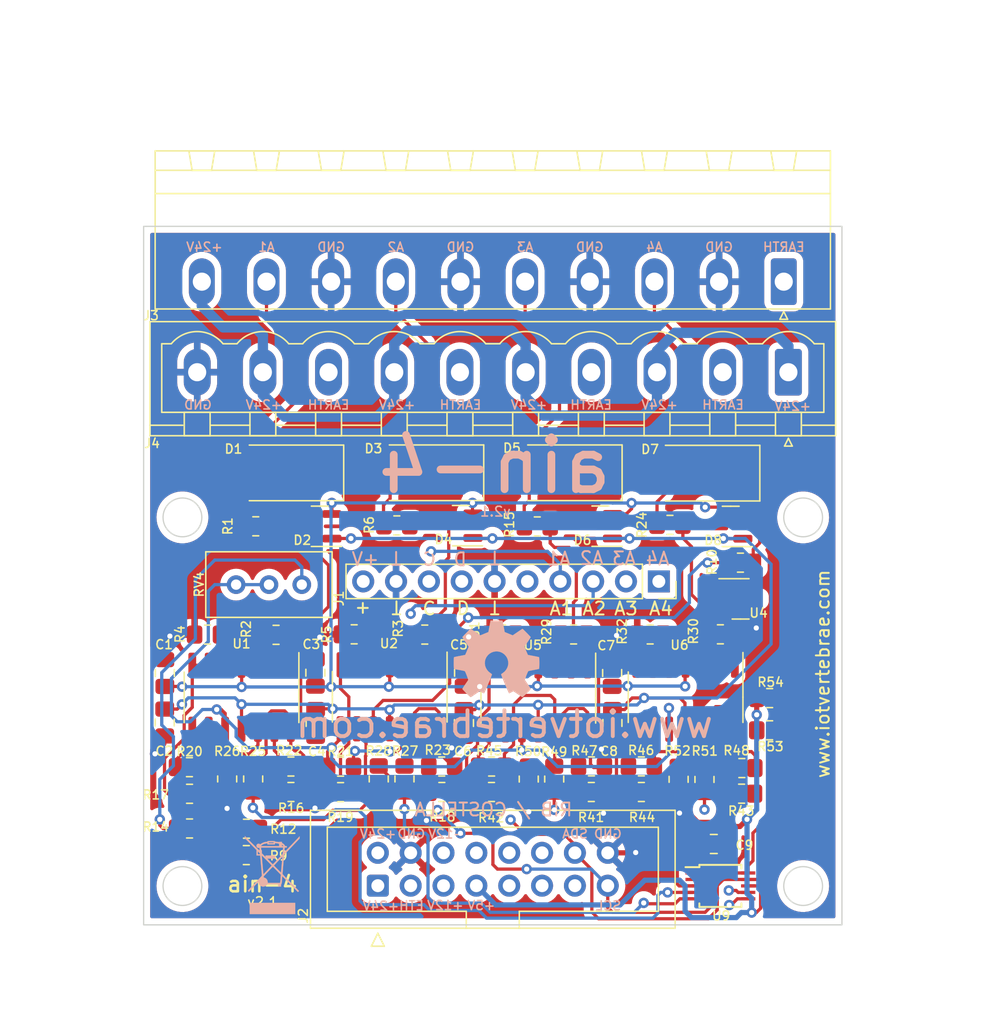
<source format=kicad_pcb>
(kicad_pcb (version 20211014) (generator pcbnew)
  (title_block (title "ain-4") (date "2023-04-06") (rev "1.1") (company "www.iotvertebrae.com") (comment 1 "Mechanical design: Xavier Pi") (comment 2 "Circuit & PCB design: Jordi Binefa"))
  (layers (0 "F.Cu" signal) (1 "In1.Cu" signal) (2 "In2.Cu" signal) (31 "B.Cu" signal) (34 "B.Paste" user) (35 "F.Paste" user) (36 "B.SilkS" user "B.Silkscreen") (37 "F.SilkS" user "F.Silkscreen") (38 "B.Mask" user) (39 "F.Mask" user) (44 "Edge.Cuts" user))
  (net 0 "")
  (net 1 "+12V")
  (net 2 "GNDD")
  (net 3 "-12V")
  (net 4 "+5V")
  (net 5 "/A1")
  (net 6 "/A1I")
  (net 7 "/A2")
  (net 8 "/A2I")
  (net 9 "/A3")
  (net 10 "/A3I")
  (net 11 "/A4")
  (net 12 "/A4I")
  (net 13 "/A4O")
  (net 14 "/A3O")
  (net 15 "/A2O")
  (net 16 "/A1O")
  (net 18 "/SDA")
  (net 19 "/SCL")
  (net 26 "Earth")
  (net 27 "+VSW")
  (net 28 "Net-(R2-Pad1)")
  (net 29 "Net-(R2-Pad2)")
  (net 30 "Net-(R3-Pad1)")
  (net 31 "Net-(R3-Pad2)")
  (net 32 "/VREF")
  (net 33 "Net-(R20-Pad2)")
  (net 34 "Net-(R12-Pad1)")
  (net 35 "Net-(R10-Pad2)")
  (net 36 "Net-(R45-Pad2)")
  (net 37 "Net-(R12-Pad2)")
  (net 38 "Net-(R46-Pad2)")
  (net 39 "Net-(R16-Pad2)")
  (net 40 "Net-(R17-Pad1)")
  (net 41 "Net-(R17-Pad2)")
  (net 42 "Net-(R18-Pad2)")
  (net 43 "Net-(R19-Pad1)")
  (net 44 "Net-(R19-Pad2)")
  (net 45 "Net-(R22-Pad2)")
  (net 46 "Net-(R23-Pad2)")
  (net 47 "Net-(R29-Pad1)")
  (net 48 "Net-(R29-Pad2)")
  (net 49 "Net-(R30-Pad1)")
  (net 50 "Net-(R30-Pad2)")
  (net 51 "Net-(R41-Pad2)")
  (net 52 "Net-(R42-Pad1)")
  (net 53 "Net-(R42-Pad2)")
  (net 54 "Net-(R43-Pad2)")
  (net 55 "Net-(R44-Pad1)")
  (net 56 "Net-(R44-Pad2)")
  (net 57 "Net-(R47-Pad2)")
  (net 58 "Net-(R48-Pad2)")
  (footprint "Resistor_SMD:R_0805_2012Metric_Pad1.20x1.40mm_HandSolder" (layer "F.Cu") (at 139.39 107.76)
    (fp_text reference "R22")
    (fp_text value "10K")
  )
  (footprint "Resistor_SMD:R_0805_2012Metric_Pad1.20x1.40mm_HandSolder" (layer "F.Cu") (at 131.55 109.87)
    (fp_text reference "R17")
    (fp_text value "10K")
  )
  (footprint "Package_TO_SOT_SMD:SOT-23" (layer "F.Cu") (at 152.53 89.14 180)
    (fp_text reference "D4")
    (fp_text value "BAT54S")
  )
  (footprint "Capacitor_SMD:C_0805_2012Metric_Pad1.18x1.45mm_HandSolder" (layer "F.Cu") (at 152.77 104.3975 90)
    (fp_text reference "C6")
    (fp_text value "100nF")
  )
  (footprint "Resistor_SMD:R_0805_2012Metric_Pad1.20x1.40mm_HandSolder" (layer "F.Cu") (at 136.67 89.19)
    (fp_text reference "R1")
    (fp_text value "33")
  )
  (footprint "Resistor_SMD:R_0805_2012Metric_Pad1.20x1.40mm_HandSolder" (layer "F.Cu") (at 166.49 109.73)
    (fp_text reference "R44")
    (fp_text value "10K")
  )
  (footprint "Capacitor_SMD:C_0805_2012Metric_Pad1.18x1.45mm_HandSolder" (layer "F.Cu") (at 141.3 104.3925 90)
    (fp_text reference "C4")
    (fp_text value "100nF")
  )
  (footprint "Resistor_SMD:R_0805_2012Metric_Pad1.20x1.40mm_HandSolder" (layer "F.Cu") (at 147.58 89.12)
    (fp_text reference "R6")
    (fp_text value "33")
  )
  (footprint "Package_TO_SOT_SMD:SOT-23" (layer "F.Cu") (at 141.62 89.19 180)
    (fp_text reference "D2")
    (fp_text value "BAT54S")
  )
  (footprint "Resistor_SMD:R_0805_2012Metric_Pad1.20x1.40mm_HandSolder" (layer "F.Cu") (at 139.39 109.73 180)
    (fp_text reference "R16")
    (fp_text value "10K")
  )
  (footprint "Resistor_SMD:R_0805_2012Metric_Pad1.20x1.40mm_HandSolder" (layer "F.Cu") (at 174.15 92 180)
    (fp_text reference "R10")
    (fp_text value "10K")
  )
  (footprint "Resistor_SMD:R_0805_2012Metric_Pad1.20x1.40mm_HandSolder" (layer "F.Cu") (at 144.28 97.54 180)
    (fp_text reference "R5")
    (fp_text value "10K")
  )
  (footprint "Resistor_SMD:R_0805_2012Metric_Pad1.20x1.40mm_HandSolder" (layer "F.Cu") (at 161.25 97.55)
    (fp_text reference "R29")
    (fp_text value "10K")
  )
  (footprint "Resistor_SMD:R_0805_2012Metric_Pad1.20x1.40mm_HandSolder" (layer "F.Cu") (at 135.95 112.57 180)
    (fp_text reference "R12")
    (fp_text value "10K")
  )
  (footprint "Resistor_SMD:R_0805_2012Metric_Pad1.20x1.40mm_HandSolder" (layer "F.Cu") (at 159.75 108.73 -90)
    (fp_text reference "R49")
    (fp_text value "10K")
  )
  (footprint "Connector_PinSocket_2.54mm:PinSocket_1x10_P2.54mm_Vertical" (layer "F.Cu") (at 167.84 93.45 -90)
    (fp_text reference "J1")
    (fp_text value "Conn_01x10")
  )
  (footprint "Resistor_SMD:R_0805_2012Metric_Pad1.20x1.40mm_HandSolder" (layer "F.Cu") (at 143.23 109.74)
    (fp_text reference "R19")
    (fp_text value "10K")
  )
  (footprint "Capacitor_SMD:C_0805_2012Metric_Pad1.18x1.45mm_HandSolder" (layer "F.Cu") (at 141.28 100.5075 90)
    (fp_text reference "C3")
    (fp_text value "100nF")
  )
  (footprint "Resistor_SMD:R_0805_2012Metric_Pad1.20x1.40mm_HandSolder" (layer "F.Cu") (at 168.7 89.08)
    (fp_text reference "R24")
    (fp_text value "33")
  )
  (footprint "Resistor_SMD:R_0805_2012Metric_Pad1.20x1.40mm_HandSolder" (layer "F.Cu") (at 166.49 107.75 180)
    (fp_text reference "R46")
    (fp_text value "10K")
  )
  (footprint "Resistor_SMD:R_0805_2012Metric_Pad1.20x1.40mm_HandSolder" (layer "F.Cu") (at 155.76 97.55 180)
    (fp_text reference "R31")
    (fp_text value "10K")
  )
  (footprint "Diode_SMD:D_SMB_Handsoldering" (layer "F.Cu") (at 171.05 85.08 180)
    (fp_text reference "D7")
    (fp_text value "SMBJ12CA")
  )
  (footprint "Capacitor_SMD:C_0805_2012Metric_Pad1.18x1.45mm_HandSolder" (layer "F.Cu") (at 164.23 100.5275 90)
    (fp_text reference "C7")
    (fp_text value "100nF")
  )
  (footprint "Resistor_SMD:R_0805_2012Metric_Pad1.20x1.40mm_HandSolder" (layer "F.Cu") (at 154.91 107.76 180)
    (fp_text reference "R45")
    (fp_text value "10K")
  )
  (footprint "Resistor_SMD:R_0805_2012Metric_Pad1.20x1.40mm_HandSolder" (layer "F.Cu") (at 157.78 108.73 -90)
    (fp_text reference "R50")
    (fp_text value "10K")
  )
  (footprint "Connector_IDC:IDC-Header_2x08_P2.54mm_Vertical" (layer "F.Cu") (at 146.11 116.9725 90)
    (fp_text reference "J2")
    (fp_text value "Conn_02x08_Odd_Even")
  )
  (footprint "Resistor_SMD:R_0805_2012Metric_Pad1.20x1.40mm_HandSolder" (layer "F.Cu") (at 154.9 109.73)
    (fp_text reference "R42")
    (fp_text value "10K")
  )
  (footprint "Resistor_SMD:R_0805_2012Metric_Pad1.20x1.40mm_HandSolder" (layer "F.Cu") (at 135.94 114.61 180)
    (fp_text reference "R9")
    (fp_text value "10K")
  )
  (footprint "Capacitor_SMD:C_0805_2012Metric_Pad1.18x1.45mm_HandSolder" (layer "F.Cu") (at 129.64 100.5325 90)
    (fp_text reference "C1")
    (fp_text value "100nF")
  )
  (footprint "Potentiometer_THT:Potentiometer_Bourns_3296W_Vertical" (layer "F.Cu") (at 135.15 93.7 180)
    (fp_text reference "RV4")
    (fp_text value "10K")
  )
  (footprint "Resistor_SMD:R_0805_2012Metric_Pad1.20x1.40mm_HandSolder" (layer "F.Cu") (at 172.6 97.54)
    (fp_text reference "R30")
    (fp_text value "10K")
  )
  (footprint "Resistor_SMD:R_0805_2012Metric_Pad1.20x1.40mm_HandSolder" (layer "F.Cu") (at 131.54 107.81 180)
    (fp_text reference "R20")
    (fp_text value "10K")
  )
  (footprint "Resistor_SMD:R_0805_2012Metric_Pad1.20x1.40mm_HandSolder" (layer "F.Cu") (at 174.24 109.86)
    (fp_text reference "R43")
    (fp_text value "10K")
  )
  (footprint "Package_SO:SOIC-14_3.9x8.7mm_P1.27mm" (layer "F.Cu") (at 135.57 102.41 -90)
    (fp_text reference "U1")
    (fp_text value "TL074")
  )
  (footprint "Connector_Phoenix_MSTB:PhoenixContact_MSTBA_2,5_10-G_1x10_P5.00mm_Horizontal" (layer "F.Cu") (at 177.5 70.2775 180)
    (fp_text reference "J3")
    (fp_text value "Conn_01x10")
  )
  (footprint "Resistor_SMD:R_0805_2012Metric_Pad1.20x1.40mm_HandSolder" (layer "F.Cu") (at 131.55 112.55 180)
    (fp_text reference "R14")
    (fp_text value "0")
  )
  (footprint "Diode_SMD:D_SMB_Handsoldering" (layer "F.Cu") (at 138.87 85.06 180)
    (fp_text reference "D1")
    (fp_text value "SMBJ12CA")
  )
  (footprint "Capacitor_SMD:C_0805_2012Metric_Pad1.18x1.45mm_HandSolder" (layer "F.Cu") (at 164.25 104.3925 90)
    (fp_text reference "C8")
    (fp_text value "100nF")
  )
  (footprint "Package_SO:SOIC-14_3.9x8.7mm_P1.27mm" (layer "F.Cu") (at 169.91 102.4 -90)
    (fp_text reference "U6")
    (fp_text value "TL074")
  )
  (footprint "Resistor_SMD:R_0805_2012Metric_Pad1.20x1.40mm_HandSolder" (layer "F.Cu") (at 174.26 107.88)
    (fp_text reference "R48")
    (fp_text value "10K")
  )
  (footprint "Resistor_SMD:R_0805_2012Metric_Pad1.20x1.40mm_HandSolder" (layer "F.Cu") (at 149.74 97.56)
    (fp_text reference "R3")
    (fp_text value "10K")
  )
  (footprint "Resistor_SMD:R_0805_2012Metric_Pad1.20x1.40mm_HandSolder" (layer "F.Cu") (at 167.17 97.55 180)
    (fp_text reference "R32")
    (fp_text value "10K")
  )
  (footprint "Diode_SMD:D_SMB_Handsoldering" (layer "F.Cu") (at 160.4 85.05 180)
    (fp_text reference "D5")
    (fp_text value "SMBJ12CA")
  )
  (footprint "Resistor_SMD:R_0805_2012Metric_Pad1.20x1.40mm_HandSolder" (layer "F.Cu") (at 171.37 108.76 -90)
    (fp_text reference "R51")
    (fp_text value "10K")
  )
  (footprint "Package_SO:SOIC-14_3.9x8.7mm_P1.27mm" (layer "F.Cu") (at 147.03 102.37 -90)
    (fp_text reference "U2")
    (fp_text value "TL074")
  )
  (footprint "Resistor_SMD:R_0805_2012Metric_Pad1.20x1.40mm_HandSolder" (layer "F.Cu") (at 148.17 108.72 -90)
    (fp_text reference "R27")
    (fp_text value "10K")
  )
  (footprint "Resistor_SMD:R_0805_2012Metric_Pad1.20x1.40mm_HandSolder" (layer "F.Cu") (at 132.94 97.56 180)
    (fp_text reference "R4")
    (fp_text value "10K")
  )
  (footprint "Connector_Phoenix_MSTB:PhoenixContact_MSTBVA_2,5_10-G-5,08_1x10_P5.08mm_Vertical" (layer "F.Cu") (at 177.86 77.2775 180)
    (fp_text reference "J4")
    (fp_text value "Conn_01x10")
  )
  (footprint "Resistor_SMD:R_0805_2012Metric_Pad1.20x1.40mm_HandSolder" (layer "F.Cu") (at 162.62 109.73 180)
    (fp_text reference "R41")
    (fp_text value "10K")
  )
  (footprint "Resistor_SMD:R_0805_2012Metric_Pad1.20x1.40mm_HandSolder" (layer "F.Cu") (at 151.06 109.73 180)
    (fp_text reference "R18")
    (fp_text value "10K")
  )
  (footprint "Resistor_SMD:R_0805_2012Metric_Pad1.20x1.40mm_HandSolder" (layer "F.Cu") (at 138.24 97.58)
    (fp_text reference "R2")
    (fp_text value "10K")
  )
  (footprint "Resistor_SMD:R_0805_2012Metric_Pad1.20x1.40mm_HandSolder" (layer "F.Cu") (at 146.18 108.72 -90)
    (fp_text reference "R28")
    (fp_text value "10K")
  )
  (footprint "Package_TO_SOT_SMD:SOT-23" (layer "F.Cu") (at 174.1625 94.8)
    (fp_text reference "U4")
    (fp_text value "LM4040DBZ-2.5")
  )
  (footprint "Package_TO_SOT_SMD:SOT-23" (layer "F.Cu") (at 163.3175 89.18 180)
    (fp_text reference "D6")
    (fp_text value "BAT54S")
  )
  (footprint "Resistor_SMD:R_0805_2012Metric_Pad1.20x1.40mm_HandSolder" (layer "F.Cu") (at 136.47 108.72 -90)
    (fp_text reference "R25")
    (fp_text value "10K")
  )
  (footprint "Resistor_SMD:R_0805_2012Metric_Pad1.20x1.40mm_HandSolder" (layer "F.Cu") (at 143.23 107.77 180)
    (fp_text reference "R21")
    (fp_text value "10K")
  )
  (footprint "Resistor_SMD:R_0805_2012Metric_Pad1.20x1.40mm_HandSolder" (layer "F.Cu") (at 162.63 107.75)
    (fp_text reference "R47")
    (fp_text value "10K")
  )
  (footprint "Package_SO:TSSOP-10_3x3mm_P0.5mm" (layer "F.Cu") (at 172.6 116.99)
    (fp_text reference "U9")
    (fp_text value "ADS1115IDGS")
  )
  (footprint "Diode_SMD:D_SMB_Handsoldering" (layer "F.Cu") (at 149.7 85.05 180)
    (fp_text reference "D3")
    (fp_text value "SMBJ12CA")
  )
  (footprint "Package_TO_SOT_SMD:SOT-23" (layer "F.Cu") (at 173.4 89.2 180)
    (fp_text reference "D8")
    (fp_text value "BAT54S")
  )
  (footprint "Capacitor_SMD:C_0805_2012Metric_Pad1.18x1.45mm_HandSolder" (layer "F.Cu") (at 172.0925 113.75)
    (fp_text reference "C9")
    (fp_text value "100nF")
  )
  (footprint "Resistor_SMD:R_0805_2012Metric_Pad1.20x1.40mm_HandSolder" (layer "F.Cu") (at 169.37 108.75 -90)
    (fp_text reference "R52")
    (fp_text value "10K")
  )
  (footprint "Package_SO:SOIC-14_3.9x8.7mm_P1.27mm" (layer "F.Cu") (at 158.52 102.45 -90)
    (fp_text reference "U5")
    (fp_text value "TL074")
  )
  (footprint "Resistor_SMD:R_0805_2012Metric_Pad1.20x1.40mm_HandSolder" (layer "F.Cu") (at 151.05 107.76)
    (fp_text reference "R23")
    (fp_text value "10K")
  )
  (footprint "Capacitor_SMD:C_0805_2012Metric_Pad1.18x1.45mm_HandSolder" (layer "F.Cu") (at 152.78 100.5125 90)
    (fp_text reference "C5")
    (fp_text value "100nF")
  )
  (footprint "Resistor_SMD:R_0805_2012Metric_Pad1.20x1.40mm_HandSolder" (layer "F.Cu") (at 134.46 108.72 -90)
    (fp_text reference "R26")
    (fp_text value "10K")
  )
  (footprint "Resistor_SMD:R_0805_2012Metric_Pad1.20x1.40mm_HandSolder" (layer "F.Cu") (at 158.44 89.2)
    (fp_text reference "R15")
    (fp_text value "33")
  )
  (footprint "Capacitor_SMD:C_0805_2012Metric_Pad1.18x1.45mm_HandSolder" (layer "F.Cu") (at 129.63 104.3575 90)
    (fp_text reference "C2")
    (fp_text value "100nF")
  )
  (footprint "Resistor_SMD:R_0805_2012Metric_Pad1.20x1.40mm_HandSolder" (layer "F.Cu") (at 176.41 102.47 180)
    (fp_text reference "R54")
    (fp_text value "10K")
  )
  (footprint "Resistor_SMD:R_0805_2012Metric_Pad1.20x1.40mm_HandSolder" (layer "F.Cu") (at 176.41 104.96 180)
    (fp_text reference "R53")
    (fp_text value "10K")
  )
  (footprint "Symbol:OSHW-Symbol_6.7x6mm_SilkScreen" (layer "B.Cu") (at 155.3 99.45 180)
    (fp_text reference "REF**" hide)
    (fp_text value "OSHW-Symbol_6.7x6mm_SilkScreen" hide)
  )
  (footprint "Symbol:WEEE-Logo_4.2x6mm_SilkScreen" (layer "B.Cu") (at 137.95 116.15 180)
    (fp_text reference "REF**" hide)
    (fp_text value "WEEE-Logo_4.2x6mm_SilkScreen" hide)
  )
  (gr_circle (center 179 117) (end 180.5 117) (layer "Edge.Cuts") (width 0.1) (fill none))
  (gr_circle (center 131 88.5) (end 132.5 88.5) (layer "Edge.Cuts") (width 0.1) (fill none))
  (gr_circle (center 179 88.5) (end 180.5 88.5) (layer "Edge.Cuts") (width 0.1) (fill none))
  (gr_circle (center 131 117) (end 132.5 117) (layer "Edge.Cuts") (width 0.1) (fill none))
  (gr_rect (start 128 120) (end 182 66) (layer "Edge.Cuts") (width 0.1) (fill none))
  (gr_text "GND" (at 163.9 112.97) (layer "B.SilkS") (effects (font (size 0.7 0.7) (thickness 0.12)) (justify mirror)))
  (gr_text "+V" (at 145.15 91.725) (layer "B.SilkS") (effects (font (size 1 1)) (justify mirror)))
  (gr_text "+24V" (at 146.13 112.97) (layer "B.SilkS") (effects (font (size 0.7 0.7) (thickness 0.12)) (justify mirror)))
  (gr_text "A4" (at 167.5 67.6) (layer "B.SilkS") (effects (font (size 0.7 0.7) (thickness 0.12)) (justify mirror)))
  (gr_text "ETH" (at 148.71 118.52) (layer "B.SilkS") (effects (font (size 0.7 0.7) (thickness 0.12)) (justify mirror)))
  (gr_text "GND" (at 172.5 67.6) (layer "B.SilkS") (effects (font (size 0.7 0.7) (thickness 0.12)) (justify mirror)))
  (gr_text "EARTH" (at 142.3 79.8) (layer "B.SilkS") (effects (font (size 0.7 0.7) (thickness 0.12)) (justify mirror)))
  (gr_text "GND" (at 132.2 79.8) (layer "B.SilkS") (effects (font (size 0.7 0.7) (thickness 0.12)) (justify mirror)))
  (gr_text "A4" (at 167.75 91.7) (layer "B.SilkS") (effects (font (size 1 1)) (justify mirror)))
  (gr_text "D" (at 152.475 91.75) (layer "B.SilkS") (effects (font (size 1 1)) (justify mirror)))
  (gr_text "T" (at 155.15 91.6 180) (layer "B.SilkS") (effects (font (size 1 1)) (justify mirror)))
  (gr_text "+24V" (at 132.7 67.6) (layer "B.SilkS") (effects (font (size 0.7 0.7) (thickness 0.12)) (justify mirror)))
  (gr_text "A3" (at 165.15 91.675) (layer "B.SilkS") (effects (font (size 1 1)) (justify mirror)))
  (gr_text "A1" (at 137.5 67.6) (layer "B.SilkS") (effects (font (size 0.7 0.7) (thickness 0.12)) (justify mirror)))
  (gr_text "+12V" (at 151.33 118.5) (layer "B.SilkS") (effects (font (size 0.7 0.7) (thickness 0.12)) (justify mirror)))
  (gr_text "EARTH" (at 177.5 67.6) (layer "B.SilkS") (effects (font (size 0.7 0.7) (thickness 0.12)) (justify mirror)))
  (gr_text "+5V" (at 154.11 118.5) (layer "B.SilkS") (effects (font (size 0.7 0.7) (thickness 0.12)) (justify mirror)))
  (gr_text "A2" (at 162.65 91.65) (layer "B.SilkS") (effects (font (size 1 1)) (justify mirror)))
  (gr_text "RIB / COSTELLA" (at 155.05 111.09) (layer "B.SilkS") (effects (font (size 1 1)) (justify mirror)))
  (gr_text "T" (at 147.525 91.625 180) (layer "B.SilkS") (effects (font (size 1 1)) (justify mirror)))
  (gr_text "v2.1" (at 155.2 88.05) (layer "B.SilkS") (effects (font (size 0.75 0.75) (thickness 0.12)) (justify mirror)))
  (gr_text "EARTH" (at 152.5 79.8) (layer "B.SilkS") (effects (font (size 0.7 0.7) (thickness 0.12)) (justify mirror)))
  (gr_text "GND" (at 148.7 112.97) (layer "B.SilkS") (effects (font (size 0.7 0.7) (thickness 0.12)) (justify mirror)))
  (gr_text "GND" (at 142.5 67.6) (layer "B.SilkS") (effects (font (size 0.7 0.7) (thickness 0.12)) (justify mirror)))
  (gr_text "+24V" (at 167.9 79.8) (layer "B.SilkS") (effects (font (size 0.7 0.7) (thickness 0.12)) (justify mirror)))
  (gr_text "EARTH" (at 162.6 79.8) (layer "B.SilkS") (effects (font (size 0.7 0.7) (thickness 0.12)) (justify mirror)))
  (gr_text "EARTH" (at 172.8 79.8) (layer "B.SilkS") (effects (font (size 0.7 0.7) (thickness 0.12)) (justify mirror)))
  (gr_text "A1" (at 160.1 91.7) (layer "B.SilkS") (effects (font (size 1 1)) (justify mirror)))
  (gr_text "C" (at 150.1 91.725) (layer "B.SilkS") (effects (font (size 1 1)) (justify mirror)))
  (gr_text "GND" (at 152.5 67.6) (layer "B.SilkS") (effects (font (size 0.7 0.7) (thickness 0.12)) (justify mirror)))
  (gr_text "+24V" (at 137.3 79.8) (layer "B.SilkS") (effects (font (size 0.7 0.7) (thickness 0.12)) (justify mirror)))
  (gr_text "-12V" (at 151.41 112.97) (layer "B.SilkS") (effects (font (size 0.7 0.7) (thickness 0.12)) (justify mirror)))
  (gr_text "A2" (at 147.5 67.6) (layer "B.SilkS") (effects (font (size 0.7 0.7) (thickness 0.12)) (justify mirror)))
  (gr_text "+24V" (at 178.2 79.9) (layer "B.SilkS") (effects (font (size 0.7 0.7) (thickness 0.12)) (justify mirror)))
  (gr_text "SDA" (at 161.36 112.96) (layer "B.SilkS") (effects (font (size 0.7 0.7) (thickness 0.12)) (justify mirror)))
  (gr_text "+24V" (at 147.6 79.8) (layer "B.SilkS") (effects (font (size 0.7 0.7) (thickness 0.12)) (justify mirror)))
  (gr_text "ain-4" (at 155.15 84.5) (layer "B.SilkS") (effects (font (size 4 4) (thickness 0.6)) (justify mirror)))
  (gr_text "+24V" (at 157.8 79.8) (layer "B.SilkS") (effects (font (size 0.7 0.7) (thickness 0.12)) (justify mirror)))
  (gr_text "www.iotvertebrae.com" (at 155.9 104.5) (layer "B.SilkS") (effects (font (size 2 2) (thickness 0.3)) (justify mirror)))
  (gr_text "A3" (at 157.5 67.6) (layer "B.SilkS") (effects (font (size 0.7 0.7) (thickness 0.12)) (justify mirror)))
  (gr_text "+24V" (at 146.35 118.55) (layer "B.SilkS") (effects (font (size 0.7 0.7) (thickness 0.12)) (justify mirror)))
  (gr_text "SCL" (at 163.95 118.52) (layer "B.SilkS") (effects (font (size 0.7 0.7) (thickness 0.12)) (justify mirror)))
  (gr_text "GND" (at 162.5 67.6) (layer "B.SilkS") (effects (font (size 0.7 0.7) (thickness 0.12)) (justify mirror)))
  (gr_text "v2.1" (at 137.2 118.24) (layer "F.SilkS") (effects (font (size 0.75 0.75) (thickness 0.12))))
  (gr_text "T" (at 147.55 95.45 180) (layer "F.SilkS") (effects (font (size 1 1))))
  (gr_text "A3" (at 165.3 95.55) (layer "F.SilkS") (effects (font (size 1 1))))
  (gr_text "A1" (at 160.3 95.55) (layer "F.SilkS") (effects (font (size 1 1))))
  (gr_text "D" (at 152.7 95.525) (layer "F.SilkS") (effects (font (size 1 1))))
  (gr_text "C" (at 150.075 95.55) (layer "F.SilkS") (effects (font (size 1 1))))
  (gr_text "ain-4" (at 137.17 116.86) (layer "F.SilkS") (effects (font (size 1.2 1.2) (thickness 0.2))))
  (gr_text "A4" (at 168 95.55) (layer "F.SilkS") (effects (font (size 1 1))))
  (gr_text "T" (at 155.15 95.45 180) (layer "F.SilkS") (effects (font (size 1 1))))
  (gr_text "+" (at 144.95 95.425) (layer "F.SilkS") (effects (font (size 1 1))))
  (gr_text "www.iotvertebrae.com" (at 180.525 100.6 90) (layer "F.SilkS") (effects (font (size 1 1))))
  (gr_text "A2" (at 162.85 95.55) (layer "F.SilkS") (effects (font (size 1 1))))
  (segment (start 129.64 101.57) (end 130.95 101.57) (width 0.25) (layer "F.Cu") (net 1))
  (segment (start 169.87 99.965) (end 169.91 99.925) (width 0.25) (layer "F.Cu") (net 1))
  (segment (start 165.43 101.54) (end 164.255 101.54) (width 0.25) (layer "F.Cu") (net 1))
  (segment (start 147.03 101.52) (end 146.96 101.59) (width 0.25) (layer "F.Cu") (net 1))
  (segment (start 165.73 87.83) (end 165.73 87.39) (width 0.25) (layer "F.Cu") (net 1))
  (segment (start 152.81 101.58) (end 152.78 101.55) (width 0.25) (layer "F.Cu") (net 1))
  (segment (start 135.58 101.61) (end 135.58 99.945) (width 0.25) (layer "F.Cu") (net 1))
  (segment (start 164.255 101.54) (end 164.23 101.565) (width 0.25) (layer "F.Cu") (net 1))
  (segment (start 141.333469 101.598469) (end 141.28 101.545) (width 0.25) (layer "F.Cu") (net 1))
  (segment (start 147.03 99.895) (end 147.03 101.52) (width 0.25) (layer "F.Cu") (net 1))
  (segment (start 153.43 88.1525) (end 153.4675 88.19) (width 0.25) (layer "F.Cu") (net 1))
  (segment (start 171.42 87.71) (end 172.54 87.71) (width 0.25) (layer "F.Cu") (net 1))
  (segment (start 158.52 99.975) (end 158.52 101.45) (width 0.25) (layer "F.Cu") (net 1))
  (segment (start 175.64 90.48) (end 175.14 90.98) (width 0.25) (layer "F.Cu") (net 1))
  (segment (start 172.54 87.71) (end 173.08 88.25) (width 0.25) (layer "F.Cu") (net 1))
  (segment (start 153.9855 101.58) (end 152.81 101.58) (width 0.25) (layer "F.Cu") (net 1))
  (segment (start 174.3375 88.25) (end 175.26 88.25) (width 0.25) (layer "F.Cu") (net 1))
  (segment (start 135.58 99.945) (end 135.57 99.935) (width 0.25) (layer "F.Cu") (net 1))
  (segment (start 165.33 88.23) (end 165.73 87.83) (width 0.25) (layer "F.Cu") (net 1))
  (segment (start 142.4955 101.598469) (end 141.333469 101.598469) (width 0.25) (layer "F.Cu") (net 1))
  (segment (start 142.5575 87.3875) (end 142.55 87.38) (width 0.25) (layer "F.Cu") (net 1))
  (segment (start 175.14 90.98) (end 175.14 91.99) (width 0.25) (layer "F.Cu") (net 1))
  (segment (start 164.255 88.23) (end 165.33 88.23) (width 0.25) (layer "F.Cu") (net 1))
  (segment (start 175.64 88.63) (end 175.64 90.48) (width 0.25) (layer "F.Cu") (net 1))
  (segment (start 158.52 101.45) (end 158.43 101.54) (width 0.25) (layer "F.Cu") (net 1))
  (segment (start 173.08 88.25) (end 174.3375 88.25) (width 0.25) (layer "F.Cu") (net 1))
  (segment (start 175.14 91.99) (end 175.15 92) (width 0.25) (layer "F.Cu") (net 1))
  (segment (start 153.43 87.38) (end 153.43 88.1525) (width 0.25) (layer "F.Cu") (net 1))
  (segment (start 169.87 101.56) (end 169.87 99.965) (width 0.25) (layer "F.Cu") (net 1))
  (segment (start 142.5575 88.24) (end 142.5575 87.3875) (width 0.25) (layer "F.Cu") (net 1))
  (segment (start 130.95 101.57) (end 130.97 101.59) (width 0.25) (layer "F.Cu") (net 1))
  (segment (start 175.26 88.25) (end 175.64 88.63) (width 0.25) (layer "F.Cu") (net 1))
  (via (at 142.55 87.38) (size 0.8) (drill 0.4) (layers "F.Cu" "B.Cu") (net 1))
  (via (at 171.42 87.71) (size 0.8) (drill 0.4) (layers "F.Cu" "B.Cu") (net 1))
  (via (at 135.58 101.61) (size 0.8) (drill 0.4) (layers "F.Cu" "B.Cu") (net 1))
  (via (at 165.43 101.54) (size 0.8) (drill 0.4) (layers "F.Cu" "B.Cu") (net 1))
  (via (at 165.73 87.39) (size 0.8) (drill 0.4) (layers "F.Cu" "B.Cu") (net 1))
  (via (at 146.96 101.59) (size 0.8) (drill 0.4) (layers "F.Cu" "B.Cu") (net 1))
  (via (at 158.43 101.54) (size 0.8) (drill 0.4) (layers "F.Cu" "B.Cu") (net 1))
  (via (at 153.43 87.38) (size 0.8) (drill 0.4) (layers "F.Cu" "B.Cu") (net 1))
  (via (at 153.9855 101.58) (size 0.8) (drill 0.4) (layers "F.Cu" "B.Cu") (net 1))
  (via (at 142.4955 101.598469) (size 0.8) (drill 0.4) (layers "F.Cu" "B.Cu") (net 1))
  (via (at 130.97 101.59) (size 0.8) (drill 0.4) (layers "F.Cu" "B.Cu") (net 1))
  (via (at 169.87 101.56) (size 0.8) (drill 0.4) (layers "F.Cu" "B.Cu") (net 1))
  (segment (start 142.4955 101.598469) (end 142.49 101.592969) (width 0.25) (layer "B.Cu") (net 1))
  (segment (start 169.85 101.54) (end 169.87 101.56) (width 0.25) (layer "B.Cu") (net 1))
  (segment (start 135.56 101.59) (end 135.58 101.61) (width 0.25) (layer "B.Cu") (net 1))
  (segment (start 135.58 101.61) (end 142.483969 101.61) (width 0.25) (layer "B.Cu") (net 1))
  (segment (start 165.43 101.54) (end 169.85 101.54) (width 0.25) (layer "B.Cu") (net 1))
  (segment (start 142.483969 101.61) (end 142.4955 101.598469) (width 0.25) (layer "B.Cu") (net 1))
  (segment (start 158.43 101.54) (end 165.43 101.54) (width 0.25) (layer "B.Cu") (net 1))
  (segment (start 153.43 87.38) (end 164.26 87.38) (width 0.25) (layer "B.Cu") (net 1))
  (segment (start 165.73 87.39) (end 171.1 87.39) (width 0.25) (layer "B.Cu") (net 1))
  (segment (start 142.55 87.38) (end 153.43 87.38) (width 0.25) (layer "B.Cu") (net 1))
  (segment (start 164.27 87.39) (end 165.73 87.39) (width 0.25) (layer "B.Cu") (net 1))
  (segment (start 142.49 101.592969) (end 142.49 87.44) (width 0.25) (layer "B.Cu") (net 1))
  (segment (start 142.503969 101.59) (end 146.96 101.59) (width 0.25) (layer "B.Cu") (net 1))
  (segment (start 142.49 87.44) (end 142.55 87.38) (width 0.25) (layer "B.Cu") (net 1))
  (segment (start 164.26 87.38) (end 164.27 87.39) (width 0.25) (layer "B.Cu") (net 1))
  (segment (start 130.97 101.59) (end 135.56 101.59) (width 0.25) (layer "B.Cu") (net 1))
  (segment (start 153.9855 101.58) (end 158.39 101.58) (width 0.25) (layer "B.Cu") (net 1))
  (segment (start 142.4955 101.598469) (end 142.503969 101.59) (width 0.25) (layer "B.Cu") (net 1))
  (segment (start 146.96 101.59) (end 153.9755 101.59) (width 0.25) (layer "B.Cu") (net 1))
  (segment (start 158.39 101.58) (end 158.43 101.54) (width 0.25) (layer "B.Cu") (net 1))
  (segment (start 153.9755 101.59) (end 153.9855 101.58) (width 0.25) (layer "B.Cu") (net 1))
  (segment (start 171.1 87.39) (end 171.42 87.71) (width 0.25) (layer "B.Cu") (net 1))
  (segment (start 174.775 95.75) (end 175.375 96.35) (width 0.25) (layer "F.Cu") (net 2))
  (segment (start 169.41 116.99) (end 168.005 115.585) (width 0.25) (layer "F.Cu") (net 2))
  (segment (start 151.17 111.93) (end 149.87 111.93) (width 0.25) (layer "F.Cu") (net 2))
  (segment (start 170.45 116.99) (end 171.16 116.99) (width 0.25) (layer "F.Cu") (net 2))
  (segment (start 140.14 105.04) (end 140.14 99.85) (width 0.25) (layer "F.Cu") (net 2))
  (segment (start 168.005 115.585) (end 168.005 114.715) (width 0.25) (layer "F.Cu") (net 2))
  (segment (start 153.13 97.74) (end 153.76 97.74) (width 0.25) (layer "F.Cu") (net 2))
  (segment (start 173.24 109.86) (end 173.24 111.36) (width 0.25) (layer "F.Cu") (net 2))
  (segment (start 146.18 109.72) (end 146.18 111.65) (width 0.25) (layer "F.Cu") (net 2))
  (segment (start 152.06 109.8) (end 152.06 111.04) (width 0.25) (layer "F.Cu") (net 2))
  (segment (start 158.84 112.32) (end 161.18 112.32) (width 0.25) (layer "F.Cu") (net 2))
  (segment (start 170.45 116.99) (end 169.41 116.99) (width 0.25) (layer "F.Cu") (net 2))
  (segment (start 169.37 109.75) (end 169.37 111.29) (width 0.25) (layer "F.Cu") (net 2))
  (segment (start 171.37 116.78) (end 171.37 116.25) (width 0.25) (layer "F.Cu") (net 2))
  (segment (start 141.84 97.54) (end 141.62 97.76) (width 0.4) (layer "F.Cu") (net 2))
  (segment (start 129.64 99.495) (end 129.64 98.07) (width 0.4) (layer "F.Cu") (net 2))
  (segment (start 157.78 109.73) (end 157.78 111.26) (width 0.25) (layer "F.Cu") (net 2))
  (segment (start 165.5475 114.4325) (end 163.89 114.4325) (width 0.4) (layer "F.Cu") (net 2))
  (segment (start 140.38 110.1055) (end 141.25 110.9755) (width 0.25) (layer "F.Cu") (net 2))
  (segment (start 130.15 97.56) (end 130.03 97.68) (width 0.4) (layer "F.Cu") (net 2))
  (segment (start 141.28 98.1) (end 141.62 97.76) (width 0.4) (layer "F.Cu") (net 2))
  (segment (start 141.28 99.47) (end 141.28 99.813261) (width 0.4) (layer "F.Cu") (net 2))
  (segment (start 129.63 105.395) (end 129.63 106.03) (width 0.25) (layer "F.Cu") (net 2))
  (segment (start 129.63 106.03) (end 128.88 106.78) (width 0.25) (layer "F.Cu") (net 2))
  (segment (start 154.76 97.55) (end 153.95 97.55) (width 0.25) (layer "F.Cu") (net 2))
  (segment (start 170.89 112) (end 170.25 111.36) (width 0.25) (layer "F.Cu") (net 2))
  (segment (start 170.25 111.36) (end 169.44 111.36) (width 0.25) (layer "F.Cu") (net 2))
  (segment (start 171.16 116.99) (end 171.37 116.78) (width 0.25) (layer "F.Cu") (net 2))
  (segment (start 146.18 111.65) (end 146.46 111.93) (width 0.25) (layer "F.Cu") (net 2))
  (segment (start 141.3 105.43) (end 141.28 105.45) (width 0.25) (layer "F.Cu") (net 2))
  (segment (start 173.225 95.75) (end 174.775 95.75) (width 0.25) (layer "F.Cu") (net 2))
  (segment (start 141.28 105.45) (end 140.55 105.45) (width 0.25) (layer "F.Cu") (net 2))
  (segment (start 143.28 97.54) (end 141.84 97.54) (width 0.4) (layer "F.Cu") (net 2))
  (segment (start 140.55 105.45) (end 140.14 105.04) (width 0.25) (layer "F.Cu") (net 2))
  (segment (start 164.23 99.49) (end 164.23 97.97) (width 0.25) (layer "F.Cu") (net 2))
  (segment (start 173.24 111.36) (end 172.6 112) (width 0.25) (layer "F.Cu") (net 2))
  (segment (start 170.45 115.99) (end 171.11 115.99) (width 0.25) (layer "F.Cu") (net 2))
  (segment (start 152.705 105.435) (end 151.82 106.32) (width 0.25) (layer "F.Cu") (net 2))
  (segment (start 152.78 99.475) (end 152.78 98.64) (width 0.25) (layer "F.Cu") (net 2))
  (segment (start 152.77 105.435) (end 152.705 105.435) (width 0.25) (layer "F.Cu") (net 2))
  (segment (start 146.46 111.93) (end 149.87 111.93) (width 0.25) (layer "F.Cu") (net 2))
  (segment (start 171.11 115.99) (end 171.37 116.25) (width 0.25) (layer "F.Cu") (net 2))
  (segment (start 169.37 111.29) (end 169.44 111.36) (width 0.25) (layer "F.Cu") (net 2))
  (segment (start 153.13 97.74) (end 153.12 97.75) (width 0.25) (layer "F.Cu") (net 2))
  (segment (start 153.12 97.75) (end 153.12 98.3) (width 0.25) (layer "F.Cu") (net 2))
  (segment (start 140.38 109.81) (end 140.38 110.1055) (width 0.25) (layer "F.Cu") (net 2))
  (segment (start 172.6 112) (end 170.89 112) (width 0.25) (layer "F.Cu") (net 2))
  (segment (start 165.57 114.41) (end 166.05 114.41) (width 0.4) (layer "F.Cu") (net 2))
  (segment (start 164.65 97.55) (end 164.57 97.63) (width 0.25) (layer "F.Cu") (net 2))
  (segment (start 164.25 105.57) (end 163.4 106.42) (width 0.25) (layer "F.Cu") (net 2))
  (segment (start 163.63 109.82) (end 163.63 111.3) (width 0.25) (layer "F.Cu") (net 2))
  (segment (start 158.315 111.795) (end 158.84 112.32) (width 0.25) (layer "F.Cu") (net 2))
  (segment (start 131.94 97.56) (end 130.15 97.56) (width 0.4) (layer "F.Cu") (net 2))
  (segment (start 164.23 97.97) (end 164.57 97.63) (width 0.25) (layer "F.Cu") (net 2))
  (segment (start 166.05 114.41) (end 167.7 114.41) (width 0.25) (layer "F.Cu") (net 2))
  (segment (start 163.63 111.3) (end 163.56 111.37) (width 0.25) (layer "F.Cu") (net 2))
  (segment (start 140.14 99.85) (end 140.52 99.47) (width 0.25) (layer "F.Cu") (net 2))
  (segment (start 140.38 109.81) (end 140.38 109.98) (width 0.25) (layer "F.Cu") (net 2))
  (segment (start 175.375 96.35) (end 175.375 97.05) (width 0.25) (layer "F.Cu") (net 2))
  (segment (start 161.18 112.32) (end 162.13 111.37) (width 0.25) (layer "F.Cu") (net 2))
  (segment (start 152.06 111.04) (end 151.17 111.93) (width 0.25) (layer "F.Cu") (net 2))
  (segment (start 169.44 111.36) (end 163.57 111.36) (width 0.25) (layer "F.Cu") (net 2))
  (segment (start 165.57 114.41) (end 165.5475 114.4325) (width 0.4) (layer "F.Cu") (net 2))
  (segment (start 134.46 110.99) (end 134.45 111) (width 0.25) (layer "F.Cu") (net 2))
  (segment (start 134.46 109.72) (end 134.46 110.99) (width 0.25) (layer "F.Cu") (net 2))
  (segment (start 153.76 97.74) (end 153.95 97.55) (width 0.25) (layer "F.Cu") (net 2))
  (segment (start 140.52 99.47) (end 141.28 99.47) (width 0.25) (layer "F.Cu") (net 2))
  (segment (start 129.64 98.07) (end 130.03 97.68) (width 0.4) (layer "F.Cu") (net 2))
  (segment (start 166.17 97.55) (end 164.65 97.55) (width 0.25) (layer "F.Cu") (net 2))
  (segment (start 152.78 98.64) (end 153.12 98.3) (width 0.25) (layer "F.Cu") (net 2))
  (segment (start 162.13 111.37) (end 163.56 111.37) (width 0.25) (layer "F.Cu") (net 2))
  (segment (start 141.28 99.47) (end 141.28 98.1) (width 0.4) (layer "F.Cu") (net 2))
  (segment (start 157.78 111.26) (end 158.315 111.795) (width 0.25) (layer "F.Cu") (net 2))
  (segment (start 164.25 105.43) (end 164.25 105.57) (width 0.25) (layer "F.Cu") (net 2))
  (segment (start 163.57 111.36) (end 163.56 111.37) (width 0.25) (layer "F.Cu") (net 2))
  (segment (start 167.7 114.41) (end 168.005 114.715) (width 0.25) (layer "F.Cu") (net 2))
  (via (at 141.25 110.9755) (size 0.8) (drill 0.4) (layers "F.Cu" "B.Cu") (net 2))
  (via (at 164.57 97.63) (size 0.8) (drill 0.4) (layers "F.Cu" "B.Cu") (net 2))
  (via (at 128.88 106.78) (size 0.8) (drill 0.4) (layers "F.Cu" "B.Cu") (net 2))
  (via (at 130.03 97.68) (size 0.8) (drill 0.4) (layers "F.Cu" "B.Cu") (net 2))
  (via (at 153.13 97.74) (size 0.8) (drill 0.4) (layers "F.Cu" "B.Cu") (net 2))
  (via (at 149.87 111.93) (size 0.8) (drill 0.4) (layers "F.Cu" "B.Cu") (net 2))
  (via (at 169.44 111.36) (size 0.8) (drill 0.4) (layers "F.Cu" "B.Cu") (net 2))
  (via (at 163.56 111.37) (size 0.8) (drill 0.4) (layers "F.Cu" "B.Cu") (net 2))
  (via (at 166.05 114.41) (size 0.8) (drill 0.4) (layers "F.Cu" "B.Cu") (net 2))
  (via (at 151.82 106.32) (size 0.8) (drill 0.4) (layers "F.Cu" "B.Cu") (net 2))
  (via (at 157.78 111.26) (size 0.8) (drill 0.4) (layers "F.Cu" "B.Cu") (net 2))
  (via (at 175.375 97.05) (size 0.8) (drill 0.4) (layers "F.Cu" "B.Cu") (net 2))
  (via (at 141.62 97.76) (size 0.8) (drill 0.4) (layers "F.Cu" "B.Cu") (net 2))
  (via (at 163.4 106.42) (size 0.8) (drill 0.4) (layers "F.Cu" "B.Cu") (net 2))
  (via (at 134.45 111) (size 0.8) (drill 0.4) (layers "F.Cu" "B.Cu") (net 2))
  (segment (start 172.85 90.15) (end 172.83 90.13) (width 0.25) (layer "F.Cu") (net 3))
  (segment (start 165.57 90.13) (end 164.255 90.13) (width 0.25) (layer "F.Cu") (net 3))
  (segment (start 169.86 104.825) (end 169.91 104.875) (width 0.25) (layer "F.Cu") (net 3))
  (segment (start 154.97 90.13) (end 153.5075 90.13) (width 0.25) (layer "F.Cu") (net 3))
  (segment (start 169.47 102.46) (end 169.86 102.85) (width 0.25) (layer "F.Cu") (net 3))
  (segment (start 153.5075 90.13) (end 153.4675 90.09) (width 0.25) (layer "F.Cu") (net 3))
  (segment (start 174.3375 90.15) (end 172.85 90.15) (width 0.25) (layer "F.Cu") (net 3))
  (segment (start 147.02 103.3745) (end 147.02 104.835) (width 0.25) (layer "F.Cu") (net 3))
  (segment (start 165.39 102.85) (end 165.39 103.16) (width 0.25) (layer "F.Cu") (net 3))
  (segment (start 165.195 103.355) (end 164.25 103.355) (width 0.25) (layer "F.Cu") (net 3))
  (segment (start 129.63 103.32) (end 130.595402 103.32) (width 0.25) (layer "F.Cu") (net 3))
  (segment (start 135.57 102.95) (end 135.57 104.885) (width 0.25) (layer "F.Cu") (net 3))
  (segment (start 165.78 102.46) (end 165.39 102.85) (width 0.25) (layer "F.Cu") (net 3))
  (segment (start 158.51 103) (end 158.51 104.915) (width 0.25) (layer "F.Cu") (net 3))
  (segment (start 130.595402 103.32) (end 130.957701 102.957701) (width 0.25) (layer "F.Cu") (net 3))
  (segment (start 142.5675 90.13) (end 142.5575 90.14) (width 0.25) (layer "F.Cu") (net 3))
  (segment (start 158.51 104.915) (end 158.52 104.925) (width 0.25) (layer "F.Cu") (net 3))
  (segment (start 142.62 103.3) (end 141.355 103.3) (width 0.25) (layer "F.Cu") (net 3))
  (segment (start 144.03 90.13) (end 142.5675 90.13) (width 0.25) (layer "F.Cu") (net 3))
  (segment (start 147.02 104.835) (end 147.03 104.845) (width 0.25) (layer "F.Cu") (net 3))
  (segment (start 165.39 103.16) (end 165.195 103.355) (width 0.25) (layer "F.Cu") (net 3))
  (segment (start 141.355 103.3) (end 141.3 103.355) (width 0.25) (layer "F.Cu") (net 3))
  (segment (start 166.7 102.46) (end 165.78 102.46) (width 0.25) (layer "F.Cu") (net 3))
  (segment (start 169.86 102.85) (end 169.86 104.825) (width 0.25) (layer "F.Cu") (net 3))
  (segment (start 153.60365 103.36) (end 153.959575 103.004075) (width 0.25) (layer "F.Cu") (net 3))
  (segment (start 152.77 103.36) (end 153.60365 103.36) (width 0.25) (layer "F.Cu") (net 3))
  (segment (start 166.7 102.46) (end 169.47 102.46) (width 0.25) (layer "F.Cu") (net 3))
  (via (at 158.51 103) (size 0.8) (drill 0.4) (layers "F.Cu" "B.Cu") (net 3))
  (via (at 130.957701 102.957701) (size 0.8) (drill 0.4) (layers "F.Cu" "B.Cu") (net 3))
  (via (at 172.83 90.13) (size 0.8) (drill 0.4) (layers "F.Cu" "B.Cu") (net 3))
  (via (at 135.57 102.95) (size 0.8) (drill 0.4) (layers "F.Cu" "B.Cu") (net 3))
  (via (at 147.02 103.3745) (size 0.8) (drill 0.4) (layers "F.Cu" "B.Cu") (net 3))
  (via (at 142.62 103.3) (size 0.8) (drill 0.4) (layers "F.Cu" "B.Cu") (net 3))
  (via (at 166.7 102.46) (size 0.8) (drill 0.4) (layers "F.Cu" "B.Cu") (net 3))
  (via (at 154.97 90.13) (size 0.8) (drill 0.4) (layers "F.Cu" "B.Cu") (net 3))
  (via (at 153.959575 103.004075) (size 0.8) (drill 0.4) (layers "F.Cu" "B.Cu") (net 3))
  (via (at 165.57 90.13) (size 0.8) (drill 0.4) (layers "F.Cu" "B.Cu") (net 3))
  (via (at 144.03 90.13) (size 0.8) (drill 0.4) (layers "F.Cu" "B.Cu") (net 3))
  (segment (start 158.51 103) (end 166.16 103) (width 0.25) (layer "B.Cu") (net 3))
  (segment (start 144.03 90.13) (end 154.97 90.13) (width 0.25) (layer "B.Cu") (net 3))
  (segment (start 142.62 103.3) (end 146.9455 103.3) (width 0.25) (layer "B.Cu") (net 3))
  (segment (start 166.16 103) (end 166.7 102.46) (width 0.25) (layer "B.Cu") (net 3))
  (segment (start 130.957701 102.957701) (end 130.957701 102.942299) (width 0.25) (layer "B.Cu") (net 3))
  (segment (start 135.57 102.95) (end 142.27 102.95) (width 0.25) (layer "B.Cu") (net 3))
  (segment (start 173.28 90.13) (end 172.83 90.13) (width 0.25) (layer "B.Cu") (net 3))
  (segment (start 173.28 90.13) (end 174.53 90.13) (width 0.25) (layer "B.Cu") (net 3))
  (segment (start 154.97 90.13) (end 165.57 90.13) (width 0.25) (layer "B.Cu") (net 3))
  (segment (start 130.957701 102.942299) (end 131.45 102.45) (width 0.25) (layer "B.Cu") (net 3))
  (segment (start 158.505925 103.004075) (end 158.51 103) (width 0.25) (layer "B.Cu") (net 3))
  (segment (start 176.52 98.29) (end 176.52 92.12) (width 0.25) (layer "B.Cu") (net 3))
  (segment (start 147.390425 103.004075) (end 147.02 103.3745) (width 0.25) (layer "B.Cu") (net 3))
  (segment (start 174.53 90.13) (end 176.52 92.12) (width 0.25) (layer "B.Cu") (net 3))
  (segment (start 172.83 90.13) (end 165.57 90.13) (width 0.25) (layer "B.Cu") (net 3))
  (segment (start 166.7 102.46) (end 172.35 102.46) (width 0.25) (layer "B.Cu") (net 3))
  (segment (start 172.35 102.46) (end 176.52 98.29) (width 0.25) (layer "B.Cu") (net 3))
  (segment (start 146.9455 103.3) (end 147.02 103.3745) (width 0.25) (layer "B.Cu") (net 3))
  (segment (start 142.27 102.95) (end 142.62 103.3) (width 0.25) (layer "B.Cu") (net 3))
  (segment (start 153.959575 103.004075) (end 147.390425 103.004075) (width 0.25) (layer "B.Cu") (net 3))
  (segment (start 135.07 102.45) (end 135.57 102.95) (width 0.25) (layer "B.Cu") (net 3))
  (segment (start 153.959575 103.004075) (end 158.505925 103.004075) (width 0.25) (layer "B.Cu") (net 3))
  (segment (start 131.45 102.45) (end 135.07 102.45) (width 0.25) (layer "B.Cu") (net 3))
  (segment (start 174.66 111.84) (end 174.66 111.85) (width 0.4) (layer "F.Cu") (net 4))
  (segment (start 173.57 112.4) (end 173.13 112.84) (width 0.4) (layer "F.Cu") (net 4))
  (segment (start 173.13 112.84) (end 173.13 113.75) (width 0.4) (layer "F.Cu") (net 4))
  (segment (start 175.41 103.76) (end 175.41 104.96) (width 0.4) (layer "F.Cu") (net 4))
  (segment (start 174.66 111.85) (end 174.11 112.4) (width 0.4) (layer "F.Cu") (net 4))
  (segment (start 175.38 119.05) (end 175.71 118.72) (width 0.25) (layer "F.Cu") (net 4))
  (segment (start 175.71 117.15) (end 175.55 116.99) (width 0.25) (layer "F.Cu") (net 4))
  (segment (start 175.71 118.72) (end 175.71 117.15) (width 0.25) (layer "F.Cu") (net 4))
  (segment (start 175.02 119.05) (end 175.38 119.05) (width 0.25) (layer "F.Cu") (net 4))
  (segment (start 174.11 112.4) (end 173.57 112.4) (width 0.4) (layer "F.Cu") (net 4))
  (segment (start 175.41 103.76) (end 175.41 102.47) (width 0.4) (layer "F.Cu") (net 4))
  (segment (start 175.55 116.99) (end 174.75 116.99) (width 0.25) (layer "F.Cu") (net 4))
  (via (at 174.66 111.84) (size 0.8) (drill 0.4) (layers "F.Cu" "B.Cu") (net 4))
  (via (at 175.41 103.76) (size 0.8) (drill 0.4) (layers "F.Cu" "B.Cu") (net 4))
  (via (at 175.02 119.05) (size 0.8) (drill 0.4) (layers "F.Cu" "B.Cu") (net 4))
  (segment (start 175.41 108.26) (end 175.41 111.09) (width 0.4) (layer "B.Cu") (net 4))
  (segment (start 174.66 111.84) (end 174.66 117.58) (width 0.4) (layer "B.Cu") (net 4))
  (segment (start 164.84 118.46) (end 166.75 116.55) (width 0.4) (layer "B.Cu") (net 4))
  (segment (start 169.87 118.94) (end 170.37 119.44) (width 0.4) (layer "B.Cu") (net 4))
  (segment (start 170.37 119.44) (end 173.83 119.44) (width 0.4) (layer "B.Cu") (net 4))
  (segment (start 166.75 116.55) (end 169.45 116.55) (width 0.4) (layer "B.Cu") (net 4))
  (segment (start 174.22 119.05) (end 175.02 119.05) (width 0.4) (layer "B.Cu") (net 4))
  (segment (start 155.2175 118.46) (end 164.84 118.46) (width 0.4) (layer "B.Cu") (net 4))
  (segment (start 169.45 116.55) (end 169.87 116.97) (width 0.4) (layer "B.Cu") (net 4))
  (segment (start 169.87 116.97) (end 169.87 118.94) (width 0.4) (layer "B.Cu") (net 4))
  (segment (start 174.66 117.58) (end 175.02 117.94) (width 0.4) (layer "B.Cu") (net 4))
  (segment (start 175.41 103.76) (end 175.41 108.26) (width 0.4) (layer "B.Cu") (net 4))
  (segment (start 153.73 116.9725) (end 155.2175 118.46) (width 0.4) (layer "B.Cu") (net 4))
  (segment (start 175.02 117.94) (end 175.02 119.05) (width 0.4) (layer "B.Cu") (net 4))
  (segment (start 175.41 111.09) (end 174.66 111.84) (width 0.4) (layer "B.Cu") (net 4))
  (segment (start 173.83 119.44) (end 174.22 119.05) (width 0.4) (layer "B.Cu") (net 4))
  (segment (start 137.5 70.2775) (end 137.5 72.81) (width 0.25) (layer "F.Cu") (net 5))
  (segment (start 135.64 87.61) (end 135.64 89.16) (width 0.25) (layer "F.Cu") (net 5))
  (segment (start 136.17 83.13) (end 136.17 85.06) (width 0.25) (layer "F.Cu") (net 5))
  (segment (start 139.83 79.47) (end 136.17 83.13) (width 0.25) (layer "F.Cu") (net 5))
  (segment (start 136.17 85.06) (end 136.17 87.08) (width 0.25) (layer "F.Cu") (net 5))
  (segment (start 139.83 75.14) (end 139.83 79.47) (width 0.25) (layer "F.Cu") (net 5))
  (segment (start 135.64 89.16) (end 135.67 89.19) (width 0.25) (layer "F.Cu") (net 5))
  (segment (start 136.17 87.08) (end 135.64 87.61) (width 0.25) (layer "F.Cu") (net 5))
  (segment (start 137.5 72.81) (end 139.83 75.14) (width 0.25) (layer "F.Cu") (net 5))
  (segment (start 137.67 89.19) (end 140.6825 89.19) (width 0.25) (layer "F.Cu") (net 6))
  (segment (start 137.085 98.605) (end 137.985 98.605) (width 0.25) (layer "F.Cu") (net 6))
  (segment (start 141.6 96.1) (end 142.3 95.4) (width 0.25) (layer "F.Cu") (net 6))
  (segment (start 138.9 96.1) (end 141.6 96.1) (width 0.25) (layer "F.Cu") (net 6))
  (segment (start 136.84 99.935) (end 136.84 98.85) (width 0.25) (layer "F.Cu") (net 6))
  (segment (start 140.6825 90.5825) (end 140.6825 89.19) (width 0.25) (layer "F.Cu") (net 6))
  (segment (start 136.84 98.85) (end 137.085 98.605) (width 0.25) (layer "F.Cu") (net 6))
  (segment (start 142.3 95.4) (end 142.3 92.2) (width 0.25) (layer "F.Cu") (net 6))
  (segment (start 142.3 92.2) (end 140.6825 90.5825) (width 0.25) (layer "F.Cu") (net 6))
  (segment (start 138.26 98.33) (end 138.26 96.72) (width 0.25) (layer "F.Cu") (net 6))
  (segment (start 138.26 96.72) (end 138.89 96.09) (width 0.25) (layer "F.Cu") (net 6))
  (segment (start 138.89 96.09) (end 138.9 96.1) (width 0.25) (layer "F.Cu") (net 6))
  (segment (start 137.985 98.605) (end 138.26 98.33) (width 0.25) (layer "F.Cu") (net 6))
  (segment (start 146.55 87.55) (end 146.55 89.09) (width 0.25) (layer "F.Cu") (net 7))
  (segment (start 147.5 72.62) (end 147.5 70.2775) (width 0.25) (layer "F.Cu") (net 7))
  (segment (start 147.06 82.89) (end 149.91 80.04) (width 0.25) (layer "F.Cu") (net 7))
  (segment (start 149.91 75.03) (end 147.5 72.62) (width 0.25) (layer "F.Cu") (net 7))
  (segment (start 149.91 80.04) (end 149.91 75.03) (width 0.25) (layer "F.Cu") (net 7))
  (segment (start 147.06 87.04) (end 146.55 87.55) (width 0.25) (layer "F.Cu") (net 7))
  (segment (start 147.06 85.06) (end 147.06 87.04) (width 0.25) (layer "F.Cu") (net 7))
  (segment (start 147.06 85.06) (end 147.06 82.89) (width 0.25) (layer "F.Cu") (net 7))
  (segment (start 146.55 89.09) (end 146.58 89.12) (width 0.25) (layer "F.Cu") (net 7))
  (segment (start 151.33 95.57) (end 151.33 91.87) (width 0.25) (layer "F.Cu") (net 8))
  (segment (start 150.85 96.05) (end 151.33 95.57) (width 0.25) (layer "F.Cu") (net 8))
  (segment (start 148.58 89.12) (end 149.78 89.12) (width 0.25) (layer "F.Cu") (net 8))
  (segment (start 149.815 98.098173) (end 149.815 96.415) (width 0.25) (layer "F.Cu") (net 8))
  (segment (start 148.3 99.895) (end 148.3 99.14) (width 0.25) (layer "F.Cu") (net 8))
  (segment (start 148.3 99.14) (end 148.855 98.585) (width 0.25) (layer "F.Cu") (net 8))
  (segment (start 150.18 96.05) (end 150.85 96.05) (width 0.25) (layer "F.Cu") (net 8))
  (segment (start 149.8 89.14) (end 149.78 89.12) (width 0.25) (layer "F.Cu") (net 8))
  (segment (start 148.855 98.585) (end 149.328173 98.585) (width 0.25) (layer "F.Cu") (net 8))
  (segment (start 149.328173 98.585) (end 149.815 98.098173) (width 0.25) (layer "F.Cu") (net 8))
  (segment (start 151.5925 91.6075) (end 151.5925 89.14) (width 0.25) (layer "F.Cu") (net 8))
  (segment (start 149.815 96.415) (end 150.18 96.05) (width 0.25) (layer "F.Cu") (net 8))
  (segment (start 151.5925 89.14) (end 149.8 89.14) (width 0.25) (layer "F.Cu") (net 8))
  (segment (start 151.33 91.87) (end 151.5925 91.6075) (width 0.25) (layer "F.Cu") (net 8))
  (segment (start 157.43 89.19) (end 157.44 89.2) (width 0.25) (layer "F.Cu") (net 9))
  (segment (start 160.16 75.35) (end 160.16 80.44) (width 0.25) (layer "F.Cu") (net 9))
  (segment (start 160.16 80.44) (end 157.82 82.78) (width 0.25) (layer "F.Cu") (net 9))
  (segment (start 157.5 70.2775) (end 157.5 72.69) (width 0.25) (layer "F.Cu") (net 9))
  (segment (start 157.82 82.78) (end 157.82 85.07) (width 0.25) (layer "F.Cu") (net 9))
  (segment (start 157.43 87.6) (end 157.43 89.19) (width 0.25) (layer "F.Cu") (net 9))
  (segment (start 157.82 87.21) (end 157.43 87.6) (width 0.25) (layer "F.Cu") (net 9))
  (segment (start 157.5 72.69) (end 160.16 75.35) (width 0.25) (layer "F.Cu") (net 9))
  (segment (start 157.82 85.07) (end 157.82 87.21) (width 0.25) (layer "F.Cu") (net 9))
  (segment (start 159.77 90.82) (end 159.44 90.49) (width 0.25) (layer "F.Cu") (net 10))
  (segment (start 159.46 89.18) (end 159.44 89.2) (width 0.25) (layer "F.Cu") (net 10))
  (segment (start 159.44 90.49) (end 159.44 89.2) (width 0.25) (layer "F.Cu") (net 10))
  (segment (start 162.38 89.18) (end 159.46 89.18) (width 0.25) (layer "F.Cu") (net 10))
  (segment (start 159.79 99.26) (end 160.475 98.575) (width 0.25) (layer "F.Cu") (net 10))
  (segment (start 160.985 98.575) (end 161.24 98.32) (width 0.25) (layer "F.Cu") (net 10))
  (segment (start 161.46 94.85) (end 161.46 91.38) (width 0.25) (layer "F.Cu") (net 10))
  (segment (start 161.46 91.38) (end 160.9 90.82) (width 0.25) (layer "F.Cu") (net 10))
  (segment (start 160.475 98.575) (end 160.985 98.575) (width 0.25) (layer "F.Cu") (net 10))
  (segment (start 159.79 99.975) (end 159.79 99.26) (width 0.25) (layer "F.Cu") (net 10))
  (segment (start 160.9 90.82) (end 159.77 90.82) (width 0.25) (layer "F.Cu") (net 10))
  (segment (start 161.24 98.32) (end 161.24 95.07) (width 0.25) (layer "F.Cu") (net 10))
  (segment (start 161.24 95.07) (end 161.46 94.85) (width 0.25) (layer "F.Cu") (net 10))
  (segment (start 170.39 80.53) (end 168.83 82.09) (width 0.25) (layer "F.Cu") (net 11))
  (segment (start 168.68 85.08) (end 168.68 82.24) (width 0.25) (layer "F.Cu") (net 11))
  (segment (start 167.7 87.3) (end 167.7 89.08) (width 0.25) (layer "F.Cu") (net 11))
  (segment (start 168.35 86.65) (end 167.7 87.3) (width 0.25) (layer "F.Cu") (net 11))
  (segment (start 168.35 85.08) (end 168.35 86.65) (width 0.25) (layer "F.Cu") (net 11))
  (segment (start 170.39 75.54) (end 170.39 80.53) (width 0.25) (layer "F.Cu") (net 11))
  (segment (start 167.5 72.65) (end 170.39 75.54) (width 0.25) (layer "F.Cu") (net 11))
  (segment (start 168.68 82.24) (end 168.83 82.09) (width 0.25) (layer "F.Cu") (net 11))
  (segment (start 167.5 70.2775) (end 167.5 72.65) (width 0.25) (layer "F.Cu") (net 11))
  (segment (start 169.7 90.1) (end 170.36 90.76) (width 0.25) (layer "F.Cu") (net 12))
  (segment (start 172.6 98.2) (end 172.2 98.6) (width 0.25) (layer "F.Cu") (net 12))
  (segment (start 171.18 98.92) (end 171.18 99.925) (width 0.25) (layer "F.Cu") (net 12))
  (segment (start 172.2 98.6) (end 171.5 98.6) (width 0.25) (layer "F.Cu") (net 12))
  (segment (start 171.5 98.6) (end 171.18 98.92) (width 0.25) (layer "F.Cu") (net 12))
  (segment (start 170.36 94.46) (end 172.6 96.7) (width 0.25) (layer "F.Cu") (net 12))
  (segment (start 169.7 89.08) (end 169.7 90.1) (width 0.25) (layer "F.Cu") (net 12))
  (segment (start 172.6 96.7) (end 172.6 98.2) (width 0.25) (layer "F.Cu") (net 12))
  (segment (start 170.9 89.2) (end 172.4625 89.2) (width 0.25) (layer "F.Cu") (net 12))
  (segment (start 169.7 89.08) (end 170.78 89.08) (width 0.25) (layer "F.Cu") (net 12))
  (segment (start 170.36 90.76) (end 170.36 94.46) (width 0.25) (layer "F.Cu") (net 12))
  (segment (start 170.78 89.08) (end 170.9 89.2) (width 0.25) (layer "F.Cu") (net 12))
  (segment (start 171.37 109.76) (end 171.37 111.09) (width 0.25) (layer "F.Cu") (net 13))
  (segment (start 173.25 117.34) (end 173.82 117.34) (width 0.25) (layer "F.Cu") (net 13))
  (segment (start 173.82 117.34) (end 173.97 117.49) (width 0.25) (layer "F.Cu") (net 13))
  (segment (start 173.97 117.49) (end 174.75 117.49) (width 0.25) (layer "F.Cu") (net 13))
  (segment (start 169.37 107.75) (end 169.37 107.76) (width 0.25) (layer "F.Cu") (net 13))
  (segment (start 169.37 107.76) (end 171.37 109.76) (width 0.25) (layer "F.Cu") (net 13))
  (via (at 171.37 111.09) (size 0.8) (drill 0.4) (layers "F.Cu" "B.Cu") (net 13))
  (via (at 173.25 117.34) (size 0.8) (drill 0.4) (layers "F.Cu" "B.Cu") (net 13))
  (segment (start 157.78 107.76) (end 159.75 109.73) (width 0.25) (layer "F.Cu") (net 14))
  (segment (start 173.28 118.47) (end 173.43 118.47) (width 0.25) (layer "F.Cu") (net 14))
  (segment (start 173.43 118.47) (end 173.91 117.99) (width 0.25) (layer "F.Cu") (net 14))
  (segment (start 159.75 109.73) (end 159.75 111.1) (width 0.25) (layer "F.Cu") (net 14))
  (segment (start 159.75 111.1) (end 159.76 111.11) (width 0.25) (layer "F.Cu") (net 14))
  (segment (start 173.91 117.99) (end 174.75 117.99) (width 0.25) (layer "F.Cu") (net 14))
  (segment (start 157.78 107.73) (end 157.78 107.76) (width 0.25) (layer "F.Cu") (net 14))
  (via (at 159.76 111.11) (size 0.8) (drill 0.4) (layers "F.Cu" "B.Cu") (net 14))
  (via (at 173.28 118.47) (size 0.8) (drill 0.4) (layers "F.Cu" "B.Cu") (net 14))
  (segment (start 146.18 107.72) (end 146.18 107.73) (width 0.25) (layer "F.Cu") (net 15))
  (segment (start 169.09 118.37) (end 166.7345 118.37) (width 0.25) (layer "F.Cu") (net 15))
  (segment (start 169.47 117.99) (end 169.09 118.37) (width 0.25) (layer "F.Cu") (net 15))
  (segment (start 170.45 117.99) (end 169.47 117.99) (width 0.25) (layer "F.Cu") (net 15))
  (segment (start 146.18 107.73) (end 148.17 109.72) (width 0.25) (layer "F.Cu") (net 15))
  (segment (start 148.17 109.72) (end 148.17 111.05) (width 0.25) (layer "F.Cu") (net 15))
  (segment (start 166.7345 118.37) (end 166.67 118.3055) (width 0.25) (layer "F.Cu") (net 15))
  (via (at 148.65 95.95) (size 0.8) (drill 0.4) (layers "F.Cu" "B.Cu") (net 15))
  (via (at 166.67 118.3055) (size 0.8) (drill 0.4) (layers "F.Cu" "B.Cu") (net 15))
  (via (at 148.17 111.05) (size 0.8) (drill 0.4) (layers "F.Cu" "B.Cu") (net 15))
  (segment (start 162.76 93.45) (end 162.76 94.84) (width 0.25) (layer "B.Cu") (net 15))
  (segment (start 149.79 112.92) (end 149.99 113.12) (width 0.25) (layer "B.Cu") (net 15))
  (segment (start 149.99 117.88) (end 150.43 118.32) (width 0.25) (layer "B.Cu") (net 15))
  (segment (start 149.99 113.12) (end 149.99 117.88) (width 0.25) (layer "B.Cu") (net 15))
  (segment (start 165.9455 119.03) (end 166.67 118.3055) (width 0.25) (layer "B.Cu") (net 15))
  (segment (start 162.76 94.84) (end 162.275 95.325) (width 0.25) (layer "B.Cu") (net 15))
  (segment (start 148.17 111.05) (end 148.17 112.37) (width 0.25) (layer "B.Cu") (net 15))
  (segment (start 154.09 118.32) (end 154.8 119.03) (width 0.25) (layer "B.Cu") (net 15))
  (segment (start 148.65 95.7) (end 148.65 95.95) (width 0.25) (layer "B.Cu") (net 15))
  (segment (start 148.17 112.37) (end 148.72 112.92) (width 0.25) (layer "B.Cu") (net 15))
  (segment (start 153.2 95.325) (end 149.025 95.325) (width 0.25) (layer "B.Cu") (net 15))
  (segment (start 149.025 95.325) (end 148.65 95.7) (width 0.25) (layer "B.Cu") (net 15))
  (segment (start 148.72 112.92) (end 149.79 112.92) (width 0.25) (layer "B.Cu") (net 15))
  (segment (start 154.8 119.03) (end 164.85 119.03) (width 0.25) (layer "B.Cu") (net 15))
  (segment (start 164.85 119.03) (end 165.9455 119.03) (width 0.25) (layer "B.Cu") (net 15))
  (segment (start 162.275 95.325) (end 153.2 95.325) (width 0.25) (layer "B.Cu") (net 15))
  (segment (start 150.43 118.32) (end 154.09 118.32) (width 0.25) (layer "B.Cu") (net 15))
  (segment (start 136.47 110.93) (end 136.45 110.95) (width 0.25) (layer "F.Cu") (net 16))
  (segment (start 134.47 107.72) (end 136.47 109.72) (width 0.25) (layer "F.Cu") (net 16))
  (segment (start 170.45 117.49) (end 168.52 117.49) (width 0.25) (layer "F.Cu") (net 16))
  (segment (start 136.47 109.72) (end 136.47 110.93) (width 0.25) (layer "F.Cu") (net 16))
  (segment (start 134.46 107.72) (end 134.47 107.72) (width 0.25) (layer "F.Cu") (net 16))
  (via (at 150.225 91.125) (size 0.8) (drill 0.4) (layers "F.Cu" "B.Cu") (net 16))
  (via (at 136.45 110.95) (size 0.8) (drill 0.4) (layers "F.Cu" "B.Cu") (net 16))
  (via (at 168.52 117.49) (size 0.8) (drill 0.4) (layers "F.Cu" "B.Cu") (net 16))
  (segment (start 137.15 111.7) (end 142.25 111.7) (width 0.25) (layer "B.Cu") (net 16))
  (segment (start 150.225 91.125) (end 159.225 91.125) (width 0.25) (layer "B.Cu") (net 16))
  (segment (start 136.45 111) (end 137.15 111.7) (width 0.25) (layer "B.Cu") (net 16))
  (segment (start 167.77 119.09) (end 167.77 117.71) (width 0.25) (layer "B.Cu") (net 16))
  (segment (start 142.85 111.1) (end 144.6 111.1) (width 0.25) (layer "B.Cu") (net 16))
  (segment (start 144.735 118.145) (end 145.035 118.445) (width 0.25) (layer "B.Cu") (net 16))
  (segment (start 144.735 113.615) (end 144.735 118.145) (width 0.25) (layer "B.Cu") (net 16))
  (segment (start 145.035 118.445) (end 149.685 118.445) (width 0.25) (layer "B.Cu") (net 16))
  (segment (start 150.13 118.89) (end 153.93 118.89) (width 0.25) (layer "B.Cu") (net 16))
  (segment (start 159.225 91.125) (end 160.22 92.12) (width 0.25) (layer "B.Cu") (net 16))
  (segment (start 167.77 117.71) (end 167.99 117.49) (width 0.25) (layer "B.Cu") (net 16))
  (segment (start 149.685 118.445) (end 150.13 118.89) (width 0.25) (layer "B.Cu") (net 16))
  (segment (start 144.6 111.1) (end 145.15 111.65) (width 0.25) (layer "B.Cu") (net 16))
  (segment (start 145.15 111.65) (end 145.15 113.2) (width 0.25) (layer "B.Cu") (net 16))
  (segment (start 153.93 118.89) (end 154.52 119.48) (width 0.25) (layer "B.Cu") (net 16))
  (segment (start 142.25 111.7) (end 142.85 111.1) (width 0.25) (layer "B.Cu") (net 16))
  (segment (start 167.99 117.49) (end 168.52 117.49) (width 0.25) (layer "B.Cu") (net 16))
  (segment (start 154.52 119.48) (end 167.38 119.48) (width 0.25) (layer "B.Cu") (net 16))
  (segment (start 160.22 92.12) (end 160.22 93.45) (width 0.25) (layer "B.Cu") (net 16))
  (segment (start 145.15 113.2) (end 144.735 113.615) (width 0.25) (layer "B.Cu") (net 16))
  (segment (start 167.38 119.48) (end 167.77 119.09) (width 0.25) (layer "B.Cu") (net 16))
  (segment (start 136.45 110.95) (end 136.45 111) (width 0.25) (layer "B.Cu") (net 16))
  (segment (start 175.7 113.27) (end 175.7 116.22) (width 0.25) (layer "F.Cu") (net 18))
  (segment (start 162.66 119.01) (end 163.18 119.53) (width 0.25) (layer "F.Cu") (net 18))
  (segment (start 178.85 105.85) (end 176.974847 107.725153) (width 0.25) (layer "F.Cu") (net 18))
  (segment (start 156.375 111.875) (end 157.5 113) (width 0.25) (layer "F.Cu") (net 18))
  (segment (start 175.43 116.49) (end 174.75 116.49) (width 0.25) (layer "F.Cu") (net 18))
  (segment (start 161.35 114.4325) (end 162.66 115.7425) (width 0.25) (layer "F.Cu") (net 18))
  (segment (start 160.525 113) (end 161.325 113.8) (width 0.25) (layer "F.Cu") (net 18))
  (segment (start 178.395 102.47) (end 178.85 102.925) (width 0.25) (layer "F.Cu") (net 18))
  (segment (start 176.974847 111.999847) (end 176.970153 111.999847) (width 0.25) (layer "F.Cu") (net 18))
  (segment (start 175.7 116.22) (end 175.43 116.49) (width 0.25) (layer "F.Cu") (net 18))
  (segment (start 171.67 119.53) (end 172.36 118.84) (width 0.25) (layer "F.Cu") (net 18))
  (segment (start 172.36 116.96) (end 172.83 116.49) (width 0.25) (layer "F.Cu") (net 18))
  (segment (start 176.970153 111.999847) (end 175.7 113.27) (width 0.25) (layer "F.Cu") (net 18))
  (segment (start 163.18 119.53) (end 171.67 119.53) (width 0.25) (layer "F.Cu") (net 18))
  (segment (start 172.36 118.84) (end 172.36 116.96) (width 0.25) (layer "F.Cu") (net 18))
  (segment (start 157.5 113) (end 160.525 113) (width 0.25) (layer "F.Cu") (net 18))
  (segment (start 178.85 102.925) (end 178.85 105.85) (width 0.25) (layer "F.Cu") (net 18))
  (segment (start 162.66 115.7425) (end 162.66 119.01) (width 0.25) (layer "F.Cu") (net 18))
  (segment (start 176.974847 107.725153) (end 176.974847 111.999847) (width 0.25) (layer "F.Cu") (net 18))
  (segment (start 172.83 116.49) (end 174.75 116.49) (width 0.25) (layer "F.Cu") (net 18))
  (segment (start 177.41 102.47) (end 178.395 102.47) (width 0.25) (layer "F.Cu") (net 18))
  (via (at 156.375 111.875) (size 0.8) (drill 0.4) (layers "F.Cu" "B.Cu") (net 18))
  (segment (start 171.42 119.03) (end 171.84 118.61) (width 0.25) (layer "F.Cu") (net 19))
  (segment (start 177.41 104.96) (end 177.41 106.215) (width 0.25) (layer "F.Cu") (net 19))
  (segment (start 164.26 119.03) (end 171.42 119.03) (width 0.25) (layer "F.Cu") (net 19))
  (segment (start 176.4225 111.5975) (end 175.12 112.9) (width 0.25) (layer "F.Cu") (net 19))
  (segment (start 171.84 118.61) (end 171.84 116.72) (width 0.25) (layer "F.Cu") (net 19))
  (segment (start 157.62 115.69) (end 155.36 115.69) (width 0.25) (layer "F.Cu") (net 19))
  (segment (start 175.12 112.9) (end 175.12 115.04) (width 0.25) (layer "F.Cu") (net 19))
  (segment (start 163.89 116.9725) (end 163.89 118.66) (width 0.25) (layer "F.Cu") (net 19))
  (segment (start 172.57 115.99) (end 174.75 115.99) (width 0.25) (layer "F.Cu") (net 19))
  (segment (start 177.41 106.215) (end 176.4225 107.2025) (width 0.25) (layer "F.Cu") (net 19))
  (segment (start 176.4225 107.2025) (end 176.4225 111.5975) (width 0.25) (layer "F.Cu") (net 19))
  (segment (start 155.36 115.69) (end 155.01 115.34) (width 0.25) (layer "F.Cu") (net 19))
  (segment (start 155.01 115.34) (end 155.01 113.48) (width 0.25) (layer "F.Cu") (net 19))
  (segment (start 174.75 115.41) (end 175.12 115.04) (width 0.25) (layer "F.Cu") (net 19))
  (segment (start 171.84 116.72) (end 172.57 115.99) (width 0.25) (layer "F.Cu") (net 19))
  (segment (start 155.01 113.48) (end 154.455 112.925) (width 0.25) (layer "F.Cu") (net 19))
  (segment (start 163.89 118.66) (end 164.26 119.03) (width 0.25) (layer "F.Cu") (net 19))
  (segment (start 174.75 115.99) (end 174.75 115.41) (width 0.25) (layer "F.Cu") (net 19))
  (segment (start 154.455 112.925) (end 152.5 112.925) (width 0.25) (layer "F.Cu") (net 19))
  (via (at 157.62 115.69) (size 0.8) (drill 0.4) (layers "F.Cu" "B.Cu") (net 19))
  (via (at 150.725 111.125) (size 0.8) (drill 0.4) (layers "F.Cu" "B.Cu") (net 19))
  (via (at 152.5 112.925) (size 0.8) (drill 0.4) (layers "F.Cu" "B.Cu") (net 19))
  (segment (start 152.5 112.9) (end 150.725 111.125) (width 0.25) (layer "B.Cu") (net 19))
  (segment (start 163.89 116.9725) (end 162.6675 115.75) (width 0.25) (layer "B.Cu") (net 19))
  (segment (start 162.6075 115.69) (end 157.62 115.69) (width 0.25) (layer "B.Cu") (net 19))
  (segment (start 152.5 112.925) (end 152.5 112.9) (width 0.25) (layer "B.Cu") (net 19))
  (segment (start 162.6675 115.75) (end 162.6075 115.69) (width 0.25) (layer "B.Cu") (net 19))
  (segment (start 147.38 79.4) (end 147.38 77.2775) (width 0.8) (layer "B.Cu") (net 27))
  (segment (start 137.22 79.02) (end 138.91 80.71) (width 0.8) (layer "B.Cu") (net 27))
  (segment (start 147.38 77.2775) (end 147.38 75.1) (width 0.8) (layer "B.Cu") (net 27))
  (segment (start 137.22 77.2775) (end 137.22 79.02) (width 0.8) (layer "B.Cu") (net 27))
  (segment (start 157.54 79.23) (end 158.94 80.63) (width 0.8) (layer "B.Cu") (net 27))
  (segment (start 157.54 75.15) (end 157.54 77.2775) (width 0.8) (layer "B.Cu") (net 27))
  (segment (start 167.7 79.55) (end 167.7 77.2775) (width 0.8) (layer "B.Cu") (net 27))
  (segment (start 132.5 70.2775) (end 132.5 72.15) (width 0.8) (layer "B.Cu") (net 27))
  (segment (start 157.54 77.2775) (end 157.54 79.23) (width 0.8) (layer "B.Cu") (net 27))
  (segment (start 146.07 80.71) (end 147.38 79.4) (width 0.8) (layer "B.Cu") (net 27))
  (segment (start 156.46 74.07) (end 157.54 75.15) (width 0.8) (layer "B.Cu") (net 27))
  (segment (start 148.41 74.07) (end 156.46 74.07) (width 0.8) (layer "B.Cu") (net 27))
  (segment (start 167.7 75.63) (end 169.1 74.23) (width 0.8) (layer "B.Cu") (net 27))
  (segment (start 138.91 80.71) (end 146.07 80.71) (width 0.8) (layer "B.Cu") (net 27))
  (segment (start 166.62 80.63) (end 167.7 79.55) (width 0.8) (layer "B.Cu") (net 27))
  (segment (start 167.7 77.2775) (end 167.7 75.63) (width 0.8) (layer "B.Cu") (net 27))
  (segment (start 136.61 73.81) (end 137.22 74.42) (width 0.8) (layer "B.Cu") (net 27))
  (segment (start 137.22 74.42) (end 137.22 77.2775) (width 0.8) (layer "B.Cu") (net 27))
  (segment (start 158.94 80.63) (end 166.62 80.63) (width 0.8) (layer "B.Cu") (net 27))
  (segment (start 147.38 75.1) (end 148.41 74.07) (width 0.8) (layer "B.Cu") (net 27))
  (segment (start 134.16 73.81) (end 136.61 73.81) (width 0.8) (layer "B.Cu") (net 27))
  (segment (start 176.83 74.23) (end 177.86 75.26) (width 0.8) (layer "B.Cu") (net 27))
  (segment (start 177.86 75.26) (end 177.86 77.2775) (width 0.8) (layer "B.Cu") (net 27))
  (segment (start 169.1 74.23) (end 176.83 74.23) (width 0.8) (layer "B.Cu") (net 27))
  (segment (start 132.5 72.15) (end 134.16 73.81) (width 0.8) (layer "B.Cu") (net 27))
  (segment (start 133.94 98.38) (end 134.3 98.74) (width 0.25) (layer "F.Cu") (net 28))
  (segment (start 137.24 97.58) (end 133.96 97.58) (width 0.25) (layer "F.Cu") (net 28))
  (segment (start 133.94 97.56) (end 133.94 98.38) (width 0.25) (layer "F.Cu") (net 28))
  (segment (start 133.96 97.58) (end 133.94 97.56) (width 0.25) (layer "F.Cu") (net 28))
  (segment (start 134.3 98.74) (end 134.3 99.935) (width 0.25) (layer "F.Cu") (net 28))
  (segment (start 139.24 98.65) (end 139.24 97.58) (width 0.25) (layer "F.Cu") (net 29))
  (segment (start 138.11 99.935) (end 139.38 99.935) (width 0.25) (layer "F.Cu") (net 29))
  (segment (start 139.38 99.935) (end 139.38 98.79) (width 0.25) (layer "F.Cu") (net 29))
  (segment (start 139.38 98.79) (end 139.24 98.65) (width 0.25) (layer "F.Cu") (net 29))
  (segment (start 145.28 98.45) (end 145.28 97.54) (width 0.25) (layer "F.Cu") (net 30))
  (segment (start 145.76 98.93) (end 145.28 98.45) (width 0.25) (layer "F.Cu") (net 30))
  (segment (start 145.76 99.895) (end 145.76 98.93) (width 0.25) (layer "F.Cu") (net 30))
  (segment (start 148.74 97.56) (end 145.3 97.56) (width 0.25) (layer "F.Cu") (net 30))
  (segment (start 145.3 97.56) (end 145.28 97.54) (width 0.25) (layer "F.Cu") (net 30))
  (segment (start 150.84 99.895) (end 150.84 97.66) (width 0.25) (layer "F.Cu") (net 31))
  (segment (start 150.84 97.66) (end 150.74 97.56) (width 0.25) (layer "F.Cu") (net 31))
  (segment (start 149.57 99.895) (end 150.84 99.895) (width 0.25) (layer "F.Cu") (net 31))
  (segment (start 132.396827 106.34) (end 131.615 107.121827) (width 0.25) (layer "F.Cu") (net 32))
  (segment (start 168.64 104.875) (end 168.64 103.26) (width 0.25) (layer "F.Cu") (net 32))
  (segment (start 168.64 103.26) (end 168.62 103.24) (width 0.25) (layer "F.Cu") (net 32))
  (segment (start 134.3 103.65) (end 134.3 104.885) (width 0.25) (layer "F.Cu") (net 32))
  (segment (start 132.35 111.15) (end 132.55 111.35) (width 0.25) (layer "F.Cu") (net 32))
  (segment (start 131.615 107.121827) (end 131.615 110.865) (width 0.25) (layer "F.Cu") (net 32))
  (segment (start 157.24 106.49) (end 157.24 104.935) (width 0.25) (layer "F.Cu") (net 32))
  (segment (start 157.24 104.935) (end 157.25 104.925) (width 0.25) (layer "F.Cu") (net 32))
  (segment (start 143.22 105.62) (end 142.54 106.3) (width 0.25) (layer "F.Cu") (net 32))
  (segment (start 132.55 111.35) (end 132.55 112.55) (width 0.25) (layer "F.Cu") (net 32))
  (segment (start 131.615 110.865) (end 131.9 111.15) (width 0.25) (layer "F.Cu") (net 32))
  (segment (start 142.23 107.77) (end 142.23 106.61) (width 0.25) (layer "F.Cu") (net 32))
  (segment (start 131.9 111.15) (end 132.35 111.15) (width 0.25) (layer "F.Cu") (net 32))
  (segment (start 134.3 106.28) (end 134.24 106.34) (width 0.25) (layer "F.Cu") (net 32))
  (segment (start 134.24 106.34) (end 132.396827 106.34) (width 0.25) (layer "F.Cu") (net 32))
  (segment (start 142.23 106.61) (end 142.54 106.3) (width 0.25) (layer "F.Cu") (net 32))
  (segment (start 134 103.35) (end 134.3 103.65) (width 0.25) (layer "F.Cu") (net 32))
  (segment (start 143.22 104.845) (end 143.22 105.62) (width 0.25) (layer "F.Cu") (net 32))
  (segment (start 134.3 104.885) (end 134.3 106.28) (width 0.25) (layer "F.Cu") (net 32))
  (segment (start 133.65 103.35) (end 134 103.35) (width 0.25) (layer "F.Cu") (net 32))
  (via (at 133.65 103.35) (size 0.8) (drill 0.4) (layers "F.Cu" "B.Cu") (net 32))
  (via (at 157.24 106.49) (size 0.8) (drill 0.4) (layers "F.Cu" "B.Cu") (net 32))
  (via (at 168.62 103.24) (size 0.8) (drill 0.4) (layers "F.Cu" "B.Cu") (net 32))
  (via (at 142.54 106.3) (size 0.8) (drill 0.4) (layers "F.Cu" "B.Cu") (net 32))
  (segment (start 167.68 107.76) (end 168.62 106.82) (width 0.25) (layer "B.Cu") (net 32))
  (segment (start 153.34 106.49) (end 152.815 107.015) (width 0.25) (layer "B.Cu") (net 32))
  (segment (start 133 94.2) (end 133.5 93.7) (width 0.25) (layer "B.Cu") (net 32))
  (segment (start 130.15 100.95) (end 133 98.1) (width 0.25) (layer "B.Cu") (net 32))
  (segment (start 142.54 106.3) (end 136 106.3) (width 0.25) (layer "B.Cu") (net 32))
  (segment (start 132.55 103.35) (end 131.6 104.3) (width 0.25) (layer "B.Cu") (net 32))
  (segment (start 130.15 103.85) (end 130.15 100.95) (width 0.25) (layer "B.Cu") (net 32))
  (segment (start 157.24 106.49) (end 158.73 106.49) (width 0.25) (layer "B.Cu") (net 32))
  (segment (start 168.62 106.82) (end 168.62 103.24) (width 0.25) (layer "B.Cu") (net 32))
  (segment (start 157.24 106.49) (end 153.34 106.49) (width 0.25) (layer "B.Cu") (net 32))
  (segment (start 135.15 104.85) (end 135.15 105.45) (width 0.25) (layer "B.Cu") (net 32))
  (segment (start 133.65 103.35) (end 135.15 104.85) (width 0.25) (layer "B.Cu") (net 32))
  (segment (start 133.5 93.7) (end 135.15 93.7) (width 0.25) (layer "B.Cu") (net 32))
  (segment (start 160 107.76) (end 167.68 107.76) (width 0.25) (layer "B.Cu") (net 32))
  (segment (start 158.73 106.49) (end 160 107.76) (width 0.25) (layer "B.Cu") (net 32))
  (segment (start 131.6 104.3) (end 130.6 104.3) (width 0.25) (layer "B.Cu") (net 32))
  (segment (start 137.69 93.7) (end 135.15 93.7) (width 0.25) (layer "B.Cu") (net 32))
  (segment (start 142.54 106.3) (end 142.54 107.19) (width 0.25) (layer "B.Cu") (net 32))
  (segment (start 130.6 104.3) (end 130.15 103.85) (width 0.25) (layer "B.Cu") (net 32))
  (segment (start 142.54 107.19) (end 142.87 107.52) (width 0.25) (layer "B.Cu") (net 32))
  (segment (start 142.87 107.52) (end 143.125 107.775) (width 0.25) (layer "B.Cu") (net 32))
  (segment (start 152.055 107.775) (end 152.815 107.015) (width 0.25) (layer "B.Cu") (net 32))
  (segment (start 135.15 105.45) (end 135.81 106.11) (width 0.25) (layer "B.Cu") (net 32))
  (segment (start 143.125 107.775) (end 152.055 107.775) (width 0.25) (layer "B.Cu") (net 32))
  (segment (start 136 106.3) (end 135.81 106.11) (width 0.25) (layer "B.Cu") (net 32))
  (segment (start 133.65 103.35) (end 132.55 103.35) (width 0.25) (layer "B.Cu") (net 32))
  (segment (start 133 98.1) (end 133 94.2) (width 0.25) (layer "B.Cu") (net 32))
  (segment (start 133.03 104.885) (end 131.76 104.885) (width 0.25) (layer "F.Cu") (net 33))
  (segment (start 130.54 107.2) (end 131.76 105.98) (width 0.25) (layer "F.Cu") (net 33))
  (segment (start 130.54 107.81) (end 130.54 107.2) (width 0.25) (layer "F.Cu") (net 33))
  (segment (start 131.76 105.98) (end 131.76 104.885) (width 0.25) (layer "F.Cu") (net 33))
  (segment (start 144.71 111.15) (end 145.155 110.705) (width 0.25) (layer "F.Cu") (net 34))
  (segment (start 141.91 111.86) (end 142.62 111.15) (width 0.25) (layer "F.Cu") (net 34))
  (segment (start 136.95 112.6) (end 134.94 114.61) (width 0.25) (layer "F.Cu") (net 34))
  (segment (start 137.92 112.57) (end 138.63 111.86) (width 0.25) (layer "F.Cu") (net 34))
  (segment (start 142.62 111.15) (end 144.71 111.15) (width 0.25) (layer "F.Cu") (net 34))
  (segment (start 136.95 112.57) (end 137.92 112.57) (width 0.25) (layer "F.Cu") (net 34))
  (segment (start 145.2 106.91) (end 145.155 106.955) (width 0.25) (layer "F.Cu") (net 34))
  (segment (start 144.49 104.845) (end 144.49 105.221751) (width 0.25) (layer "F.Cu") (net 34))
  (segment (start 138.63 111.86) (end 141.91 111.86) (width 0.25) (layer "F.Cu") (net 34))
  (segment (start 145.155 106.955) (end 145.155 110.705) (width 0.25) (layer "F.Cu") (net 34))
  (segment (start 144.49 105.221751) (end 145.2 105.931751) (width 0.25) (layer "F.Cu") (net 34))
  (segment (start 136.95 112.57) (end 136.95 112.6) (width 0.25) (layer "F.Cu") (net 34))
  (segment (start 145.2 105.931751) (end 145.2 106.91) (width 0.25) (layer "F.Cu") (net 34))
  (segment (start 173.15 92) (end 171.6 92) (width 0.25) (layer "F.Cu") (net 35))
  (segment (start 146.52 102.65) (end 145.76 103.41) (width 0.25) (layer "F.Cu") (net 35))
  (segment (start 151.665 101.325) (end 150.34 102.65) (width 0.25) (layer "F.Cu") (net 35))
  (segment (start 145.76 103.41) (end 145.76 104.845) (width 0.25) (layer "F.Cu") (net 35))
  (segment (start 150.34 102.65) (end 146.52 102.65) (width 0.25) (layer "F.Cu") (net 35))
  (segment (start 173.225 93.85) (end 173.225 93.125) (width 0.25) (layer "F.Cu") (net 35))
  (segment (start 151.665 97.885) (end 151.665 97.685) (width 0.25) (layer "F.Cu") (net 35))
  (segment (start 151.665 97.885) (end 151.665 101.325) (width 0.25) (layer "F.Cu") (net 35))
  (segment (start 173.15 92) (end 173.15 93.05) (width 0.25) (layer "F.Cu") (net 35))
  (segment (start 151.665 97.685) (end 153.1 96.25) (width 0.25) (layer "F.Cu") (net 35))
  (segment (start 173.225 93.125) (end 173.15 93.05) (width 0.25) (layer "F.Cu") (net 35))
  (via (at 153.1 96.25) (size 0.8) (drill 0.4) (layers "F.Cu" "B.Cu") (net 35))
  (via (at 171.6 92) (size 0.8) (drill 0.4) (layers "F.Cu" "B.Cu") (net 35))
  (segment (start 170.2 95.1) (end 169.05 96.25) (width 0.25) (layer "B.Cu") (net 35))
  (segment (start 153.1 96.25) (end 169.05 96.25) (width 0.25) (layer "B.Cu") (net 35))
  (segment (start 171.2 92) (end 170.2 93) (width 0.25) (layer "B.Cu") (net 35))
  (segment (start 171.6 92) (end 171.2 92) (width 0.25) (layer "B.Cu") (net 35))
  (segment (start 170.2 93) (end 170.2 95.1) (width 0.25) (layer "B.Cu") (net 35))
  (segment (start 153.9 107.83) (end 153.9 106.9) (width 0.25) (layer "F.Cu") (net 36))
  (segment (start 153.9 106.9) (end 154.08 106.72) (width 0.25) (layer "F.Cu") (net 36))
  (segment (start 154.71 106.09) (end 154.575 106.225) (width 0.25) (layer "F.Cu") (net 36))
  (segment (start 153.9 106.9) (end 154.575 106.225) (width 0.25) (layer "F.Cu") (net 36))
  (segment (start 154.575 106.225) (end 154.08 106.72) (width 0.25) (layer "F.Cu") (net 36))
  (segment (start 154.71 104.925) (end 154.71 106.09) (width 0.25) (layer "F.Cu") (net 36))
  (segment (start 155.98 104.925) (end 154.71 104.925) (width 0.25) (layer "F.Cu") (net 36))
  (segment (start 154.08 106.72) (end 153.89 106.91) (width 0.25) (layer "F.Cu") (net 36))
  (segment (start 129.5 112.55) (end 129.25 112.3) (width 0.25) (layer "F.Cu") (net 37))
  (segment (start 130.55 113.4) (end 130.95 113.8) (width 0.25) (layer "F.Cu") (net 37))
  (segment (start 133.07 113.8) (end 133.54 113.33) (width 0.25) (layer "F.Cu") (net 37))
  (segment (start 133.54 113.33) (end 133.54 112.81) (width 0.25) (layer "F.Cu") (net 37))
  (segment (start 133.8 112.55) (end 134.93 112.55) (width 0.25) (layer "F.Cu") (net 37))
  (segment (start 130.55 112.55) (end 130.55 113.4) (width 0.25) (layer "F.Cu") (net 37))
  (segment (start 130.95 113.8) (end 133.07 113.8) (width 0.25) (layer "F.Cu") (net 37))
  (segment (start 129.25 112.3) (end 129.25 111.85) (width 0.25) (layer "F.Cu") (net 37))
  (segment (start 133.54 112.81) (end 133.8 112.55) (width 0.25) (layer "F.Cu") (net 37))
  (segment (start 130.55 112.55) (end 129.5 112.55) (width 0.25) (layer "F.Cu") (net 37))
  (segment (start 134.93 112.55) (end 134.95 112.57) (width 0.25) (layer "F.Cu") (net 37))
  (via (at 129.25 111.85) (size 0.8) (drill 0.4) (layers "F.Cu" "B.Cu") (net 37))
  (segment (start 129.25 108.75) (end 130.3 107.7) (width 0.25) (layer "B.Cu") (net 37))
  (segment (start 140.23 92.33) (end 140.23 93.7) (width 0.25) (layer "B.Cu") (net 37))
  (segment (start 130.3 107.7) (end 130.3 105.45) (width 0.25) (layer "B.Cu") (net 37))
  (segment (start 129.25 111.85) (end 129.25 108.75) (width 0.25) (layer "B.Cu") (net 37))
  (segment (start 129.4 104.55) (end 129.4 100.5) (width 0.25) (layer "B.Cu") (net 37))
  (segment (start 132 97.9) (end 132 93.3) (width 0.25) (layer "B.Cu") (net 37))
  (segment (start 129.4 100.5) (end 132 97.9) (width 0.25) (layer "B.Cu") (net 37))
  (segment (start 130.3 105.45) (end 129.4 104.55) (width 0.25) (layer "B.Cu") (net 37))
  (segment (start 139.7 91.8) (end 140.23 92.33) (width 0.25) (layer "B.Cu") (net 37))
  (segment (start 132 93.3) (end 133.5 91.8) (width 0.25) (layer "B.Cu") (net 37))
  (segment (start 133.5 91.8) (end 139.7 91.8) (width 0.25) (layer "B.Cu") (net 37))
  (segment (start 166.1 106.27) (end 166.1 104.875) (width 0.25) (layer "F.Cu") (net 38))
  (segment (start 165.49 106.88) (end 166.1 106.27) (width 0.25) (layer "F.Cu") (net 38))
  (segment (start 165.49 107.75) (end 165.49 106.88) (width 0.25) (layer "F.Cu") (net 38))
  (segment (start 167.37 104.875) (end 166.1 104.875) (width 0.25) (layer "F.Cu") (net 38))
  (segment (start 138.38 107.82) (end 138.38 109.81) (width 0.25) (layer "F.Cu") (net 39))
  (segment (start 138.38 106.79) (end 138.11 106.52) (width 0.25) (layer "F.Cu") (net 39))
  (segment (start 138.38 107.82) (end 138.38 106.79) (width 0.25) (layer "F.Cu") (net 39))
  (segment (start 138.11 104.885) (end 138.11 106.52) (width 0.25) (layer "F.Cu") (net 39))
  (segment (start 129.615 109.595) (end 129.615 107.121827) (width 0.25) (layer "F.Cu") (net 40))
  (segment (start 131.76 99.935) (end 131.76 103.18) (width 0.25) (layer "F.Cu") (net 40))
  (segment (start 131.135 105.601827) (end 131.135 103.805) (width 0.25) (layer "F.Cu") (net 40))
  (segment (start 131.76 103.18) (end 131.135 103.805) (width 0.25) (layer "F.Cu") (net 40))
  (segment (start 129.89 109.87) (end 129.615 109.595) (width 0.25) (layer "F.Cu") (net 40))
  (segment (start 129.615 107.121827) (end 131.135 105.601827) (width 0.25) (layer "F.Cu") (net 40))
  (segment (start 130.55 109.87) (end 129.89 109.87) (width 0.25) (layer "F.Cu") (net 40))
  (segment (start 133.03 99.935) (end 131.76 99.935) (width 0.25) (layer "F.Cu") (net 40))
  (segment (start 132.55 109.87) (end 132.55 107.82) (width 0.25) (layer "F.Cu") (net 41))
  (segment (start 132.55 107.82) (end 132.54 107.81) (width 0.25) (layer "F.Cu") (net 41))
  (segment (start 132.54 107.81) (end 132.54 107.02) (width 0.25) (layer "F.Cu") (net 41))
  (segment (start 136.84 104.885) (end 136.84 106.11) (width 0.25) (layer "F.Cu") (net 41))
  (segment (start 136.16 106.79) (end 132.77 106.79) (width 0.25) (layer "F.Cu") (net 41))
  (segment (start 132.54 107.02) (end 132.77 106.79) (width 0.25) (layer "F.Cu") (net 41))
  (segment (start 136.84 106.11) (end 136.16 106.79) (width 0.25) (layer "F.Cu") (net 41))
  (segment (start 150.06 106.64) (end 150.06 107.82) (width 0.25) (layer "F.Cu") (net 42))
  (segment (start 149.57 104.845) (end 149.57 106.15) (width 0.25) (layer "F.Cu") (net 42))
  (segment (start 150.05 107.83) (end 150.05 109.79) (width 0.25) (layer "F.Cu") (net 42))
  (segment (start 149.57 106.15) (end 150.06 106.64) (width 0.25) (layer "F.Cu") (net 42))
  (segment (start 142.88 109.81) (end 142.23 109.81) (width 0.25) (layer "F.Cu") (net 43))
  (segment (start 143.22 101.73) (end 143.865 102.375) (width 0.25) (layer "F.Cu") (net 43))
  (segment (start 143.225 106.625) (end 143.225 109.465) (width 0.25) (layer "F.Cu") (net 43))
  (segment (start 143.22 99.895) (end 143.22 101.73) (width 0.25) (layer "F.Cu") (net 43))
  (segment (start 143.865 102.375) (end 143.865 105.985) (width 0.25) (layer "F.Cu") (net 43))
  (segment (start 143.865 105.985) (end 143.225 106.625) (width 0.25) (layer "F.Cu") (net 43))
  (segment (start 144.49 99.895) (end 143.22 99.895) (width 0.25) (layer "F.Cu") (net 43))
  (segment (start 143.225 109.465) (end 142.88 109.81) (width 0.25) (layer "F.Cu") (net 43))
  (segment (start 148.3 105.9) (end 148.3 104.845) (width 0.25) (layer "F.Cu") (net 44))
  (segment (start 147.6 106.6) (end 148.3 105.9) (width 0.25) (layer "F.Cu") (net 44))
  (segment (start 144.23 107.81) (end 144.23 106.67) (width 0.25) (layer "F.Cu") (net 44))
  (segment (start 144.23 106.67) (end 144.34 106.56) (width 0.25) (layer "F.Cu") (net 44))
  (segment (start 147.06 106.6) (end 147.6 106.6) (width 0.25) (layer "F.Cu") (net 44))
  (segment (start 144.23 107.81) (end 144.23 109.81) (width 0.25) (layer "F.Cu") (net 44))
  (via (at 147.06 106.6) (size 0.8) (drill 0.4) (layers "F.Cu" "B.Cu") (net 44))
  (via (at 144.34 106.56) (size 0.8) (drill 0.4) (layers "F.Cu" "B.Cu") (net 44))
  (segment (start 144.34 106.56) (end 147.02 106.56) (width 0.25) (layer "B.Cu") (net 44))
  (segment (start 147.02 106.56) (end 147.06 106.6) (width 0.25) (layer "B.Cu") (net 44))
  (segment (start 139.38 104.885) (end 139.38 106.24) (width 0.25) (layer "F.Cu") (net 45))
  (segment (start 139.38 103.94) (end 138.9 103.46) (width 0.25) (layer "F.Cu") (net 45))
  (segment (start 137.465 103.883249) (end 137.465 106.725) (width 0.25) (layer "F.Cu") (net 45))
  (segment (start 140.01 106.55) (end 139.69 106.55) (width 0.25) (layer "F.Cu") (net 45))
  (segment (start 140.38 106.92) (end 140.01 106.55) (width 0.25) (layer "F.Cu") (net 45))
  (segment (start 139.38 106.24) (end 139.69 106.55) (width 0.25) (layer "F.Cu") (net 45))
  (segment (start 138.9 103.46) (end 137.888249 103.46) (width 0.25) (layer "F.Cu") (net 45))
  (segment (start 137.465 106.725) (end 136.47 107.72) (width 0.25) (layer "F.Cu") (net 45))
  (segment (start 140.38 107.82) (end 140.38 106.92) (width 0.25) (layer "F.Cu") (net 45))
  (segment (start 139.38 104.885) (end 139.38 103.94) (width 0.25) (layer "F.Cu") (net 45))
  (segment (start 137.888249 103.46) (end 137.465 103.883249) (width 0.25) (layer "F.Cu") (net 45))
  (segment (start 150.84 103.57) (end 150.84 104.845) (width 0.25) (layer "F.Cu") (net 46))
  (segment (start 148.945 103.615) (end 149.27 103.29) (width 0.25) (layer "F.Cu") (net 46))
  (segment (start 149.27 103.29) (end 150.56 103.29) (width 0.25) (layer "F.Cu") (net 46))
  (segment (start 150.56 103.29) (end 150.84 103.57) (width 0.25) (layer "F.Cu") (net 46))
  (segment (start 151.99 107.83) (end 152.05 107.83) (width 0.25) (layer "F.Cu") (net 46))
  (segment (start 148.17 107.08) (end 148.945 106.305) (width 0.25) (layer "F.Cu") (net 46))
  (segment (start 150.84 104.845) (end 150.84 106.68) (width 0.25) (layer "F.Cu") (net 46))
  (segment (start 148.17 107.72) (end 148.17 107.08) (width 0.25) (layer "F.Cu") (net 46))
  (segment (start 148.945 106.305) (end 148.945 103.615) (width 0.25) (layer "F.Cu") (net 46))
  (segment (start 150.84 106.68) (end 151.99 107.83) (width 0.25) (layer "F.Cu") (net 46))
  (segment (start 156.76 98.12) (end 157.26 98.62) (width 0.25) (layer "F.Cu") (net 47))
  (segment (start 156.76 97.55) (end 160.25 97.55) (width 0.25) (layer "F.Cu") (net 47))
  (segment (start 156.76 97.55) (end 156.76 98.12) (width 0.25) (layer "F.Cu") (net 47))
  (segment (start 157.26 99.965) (end 157.25 99.975) (width 0.25) (layer "F.Cu") (net 47))
  (segment (start 157.26 98.62) (end 157.26 99.965) (width 0.25) (layer "F.Cu") (net 47))
  (segment (start 162.33 99.975) (end 162.33 97.63) (width 0.25) (layer "F.Cu") (net 48))
  (segment (start 161.06 99.975) (end 162.33 99.975) (width 0.25) (layer "F.Cu") (net 48))
  (segment (start 162.33 97.63) (end 162.25 97.55) (width 0.25) (layer "F.Cu") (net 48))
  (segment (start 168.64 99.925) (end 168.64 98.7) (width 0.25) (layer "F.Cu") (net 49))
  (segment (start 168.17 98.48) (end 168.3 98.61) (width 0.25) (layer "F.Cu") (net 49))
  (segment (start 168.17 97.55) (end 168.17 98.48) (width 0.25) (layer "F.Cu") (net 49))
  (segment (start 171.59 97.55) (end 171.6 97.54) (width 0.25) (layer "F.Cu") (net 49))
  (segment (start 168.3 98.61) (end 168.55 98.61) (width 0.25) (layer "F.Cu") (net 49))
  (segment (start 168.64 98.7) (end 168.55 98.61) (width 0.25) (layer "F.Cu") (net 49))
  (segment (start 168.17 97.55) (end 171.59 97.55) (width 0.25) (layer "F.Cu") (net 49))
  (segment (start 172.45 99.925) (end 173.72 99.925) (width 0.25) (layer "F.Cu") (net 50))
  (segment (start 173.56 97.58) (end 173.6 97.54) (width 0.25) (layer "F.Cu") (net 50))
  (segment (start 173.72 99.925) (end 173.72 98.76) (width 0.25) (layer "F.Cu") (net 50))
  (segment (start 173.56 98.6) (end 173.56 97.58) (width 0.25) (layer "F.Cu") (net 50))
  (segment (start 173.72 98.76) (end 173.56 98.6) (width 0.25) (layer "F.Cu") (net 50))
  (segment (start 161.67 106.62) (end 161.67 107.8) (width 0.25) (layer "F.Cu") (net 51))
  (segment (start 161.63 107.84) (end 161.63 109.82) (width 0.25) (layer "F.Cu") (net 51))
  (segment (start 161.67 106.62) (end 161.06 106.01) (width 0.25) (layer "F.Cu") (net 51))
  (segment (start 161.67 107.8) (end 161.63 107.84) (width 0.25) (layer "F.Cu") (net 51))
  (segment (start 161.06 106.01) (end 161.06 104.925) (width 0.25) (layer "F.Cu") (net 51))
  (segment (start 153.9 109.73) (end 152.975 108.805) (width 0.25) (layer "F.Cu") (net 52))
  (segment (start 152.97 106.97) (end 153.82 106.12) (width 0.25) (layer "F.Cu") (net 52))
  (segment (start 154.71 103.278249) (end 154.71 99.975) (width 0.25) (layer "F.Cu") (net 52))
  (segment (start 152.975 108.805) (end 152.975 107.081827) (width 0.25) (layer "F.Cu") (net 52))
  (segment (start 153.82 104.168249) (end 154.71 103.278249) (width 0.25) (layer "F.Cu") (net 52))
  (segment (start 152.975 107.081827) (end 152.97 107.076827) (width 0.25) (layer "F.Cu") (net 52))
  (segment (start 153.82 106.12) (end 153.82 104.168249) (width 0.25) (layer "F.Cu") (net 52))
  (segment (start 155.98 99.975) (end 154.71 99.975) (width 0.25) (layer "F.Cu") (net 52))
  (segment (start 152.97 107.076827) (end 152.97 106.97) (width 0.25) (layer "F.Cu") (net 52))
  (segment (start 156.605 102.995) (end 157.335 102.265) (width 0.25) (layer "F.Cu") (net 53))
  (segment (start 155.9 106.78) (end 156.605 106.075) (width 0.25) (layer "F.Cu") (net 53))
  (segment (start 155.9 107.83) (end 155.9 109.79) (width 0.25) (layer "F.Cu") (net 53))
  (segment (start 157.335 102.265) (end 159.465 102.265) (width 0.25) (layer "F.Cu") (net 53))
  (segment (start 156.605 106.075) (end 156.605 102.995) (width 0.25) (layer "F.Cu") (net 53))
  (segment (start 159.465 102.265) (end 159.79 102.59) (width 0.25) (layer "F.Cu") (net 53))
  (segment (start 159.79 102.59) (end 159.79 104.925) (width 0.25) (layer "F.Cu") (net 53))
  (segment (start 155.9 107.83) (end 155.9 106.78) (width 0.25) (layer "F.Cu") (net 53))
  (segment (start 172.45 105.98) (end 173.26 106.79) (width 0.25) (layer "F.Cu") (net 54))
  (segment (start 173.26 106.79) (end 173.26 107.88) (width 0.25) (layer "F.Cu") (net 54))
  (segment (start 173.26 107.88) (end 175.24 109.86) (width 0.25) (layer "F.Cu") (net 54))
  (segment (start 172.45 104.875) (end 172.45 105.98) (width 0.25) (layer "F.Cu") (net 54))
  (segment (start 164.565 109.555) (end 164.565 106.915) (width 0.25) (layer "F.Cu") (net 55))
  (segment (start 163.536827 104.5175) (end 163.18 104.160673) (width 0.25) (layer "F.Cu") (net 55))
  (segment (start 165.3 104.854327) (end 164.963173 104.5175) (width 0.25) (layer "F.Cu") (net 55))
  (segment (start 166.1 99.925) (end 167.37 99.925) (width 0.25) (layer "F.Cu") (net 55))
  (segment (start 164.74 109.73) (end 164.565 109.555) (width 0.25) (layer "F.Cu") (net 55))
  (segment (start 163.18 104.160673) (end 163.18 100.76) (width 0.25) (layer "F.Cu") (net 55))
  (segment (start 165.625 99.925) (end 166.1 99.925) (width 0.25) (layer "F.Cu") (net 55))
  (segment (start 165.3 106.18) (end 165.3 104.854327) (width 0.25) (layer "F.Cu") (net 55))
  (segment (start 164.565 106.915) (end 165.3 106.18) (width 0.25) (layer "F.Cu") (net 55))
  (segment (start 164.963173 104.5175) (end 163.536827 104.5175) (width 0.25) (layer "F.Cu") (net 55))
  (segment (start 163.18 100.76) (end 163.45 100.49) (width 0.25) (layer "F.Cu") (net 55))
  (segment (start 165.06 100.49) (end 165.625 99.925) (width 0.25) (layer "F.Cu") (net 55))
  (segment (start 165.49 109.73) (end 164.74 109.73) (width 0.25) (layer "F.Cu") (net 55))
  (segment (start 163.45 100.49) (end 165.06 100.49) (width 0.25) (layer "F.Cu") (net 55))
  (segment (start 167.5 106.84) (end 167.73 106.61) (width 0.25) (layer "F.Cu") (net 56))
  (segment (start 171.18 106.24) (end 171.18 104.875) (width 0.25) (layer "F.Cu") (net 56))
  (segment (start 167.5 107.82) (end 167.5 109.83) (width 0.25) (layer "F.Cu") (net 56))
  (segment (start 167.5 106.84) (end 167.5 107.82) (width 0.25) (layer "F.Cu") (net 56))
  (segment (start 167.73 106.61) (end 170.81 106.61) (width 0.25) (layer "F.Cu") (net 56))
  (segment (start 170.81 106.61) (end 171.18 106.24) (width 0.25) (layer "F.Cu") (net 56))
  (segment (start 160.42 106.23) (end 160.42 103.69) (width 0.25) (layer "F.Cu") (net 57))
  (segment (start 163.63 107.84) (end 162.8 107.84) (width 0.25) (layer "F.Cu") (net 57))
  (segment (start 162.555 106.515) (end 162.33 106.29) (width 0.25) (layer "F.Cu") (net 57))
  (segment (start 159.79 106.86) (end 160.42 106.23) (width 0.25) (layer "F.Cu") (net 57))
  (segment (start 160.42 103.69) (end 160.83 103.28) (width 0.25) (layer "F.Cu") (net 57))
  (segment (start 162.555 107.595) (end 162.555 106.515) (width 0.25) (layer "F.Cu") (net 57))
  (segment (start 162.33 103.59) (end 162.33 104.925) (width 0.25) (layer "F.Cu") (net 57))
  (segment (start 162.02 103.28) (end 162.33 103.59) (width 0.25) (layer "F.Cu") (net 57))
  (segment (start 162.8 107.84) (end 162.555 107.595) (width 0.25) (layer "F.Cu") (net 57))
  (segment (start 160.83 103.28) (end 162.02 103.28) (width 0.25) (layer "F.Cu") (net 57))
  (segment (start 159.79 106.86) (end 159.79 107.69) (width 0.25) (layer "F.Cu") (net 57))
  (segment (start 162.33 106.29) (end 162.33 104.925) (width 0.25) (layer "F.Cu") (net 57))
  (segment (start 159.79 107.69) (end 159.75 107.73) (width 0.25) (layer "F.Cu") (net 57))
  (segment (start 175.3 107.84) (end 175.26 107.88) (width 0.25) (layer "F.Cu") (net 58))
  (segment (start 174.28 106.61) (end 175 106.61) (width 0.25) (layer "F.Cu") (net 58))
  (segment (start 173.72 104.875) (end 173.72 106.05) (width 0.25) (layer "F.Cu") (net 58))
  (segment (start 171.805 106.425) (end 171.805 103.565) (width 0.25) (layer "F.Cu") (net 58))
  (segment (start 172.24 103.13) (end 173.29 103.13) (width 0.25) (layer "F.Cu") (net 58))
  (segment (start 173.72 106.05) (end 174.28 106.61) (width 0.25) (layer "F.Cu") (net 58))
  (segment (start 173.29 103.13) (end 173.72 103.56) (width 0.25) (layer "F.Cu") (net 58))
  (segment (start 175.3 106.91) (end 175.3 107.84) (width 0.25) (layer "F.Cu") (net 58))
  (segment (start 171.805 103.565) (end 172.24 103.13) (width 0.25) (layer "F.Cu") (net 58))
  (segment (start 171.37 107.76) (end 171.37 106.86) (width 0.25) (layer "F.Cu") (net 58))
  (segment (start 171.37 106.86) (end 171.805 106.425) (width 0.25) (layer "F.Cu") (net 58))
  (segment (start 173.72 103.56) (end 173.72 104.875) (width 0.25) (layer "F.Cu") (net 58))
  (segment (start 175 106.61) (end 175.3 106.91) (width 0.25) (layer "F.Cu") (net 58))
  (zone (net 2) (net_name "GNDD") (layer "F.Cu") (connect_pads (clearance 0.508)) (min_thickness 0.254) (fill yes (thermal_gap 0.508) (thermal_bridge_width 0.508))
    (polygon (pts (xy 182 120) (xy 128 120) (xy 128 66) (xy 182 66)))
  )
  (zone (net 2) (net_name "GNDD") (layer "B.Cu") (connect_pads (clearance 0.508)) (min_thickness 0.254) (fill yes (thermal_gap 0.508) (thermal_bridge_width 0.508))
    (polygon (pts (xy 182 120) (xy 128 120) (xy 128 66) (xy 182 66)))
  )
)
</source>
